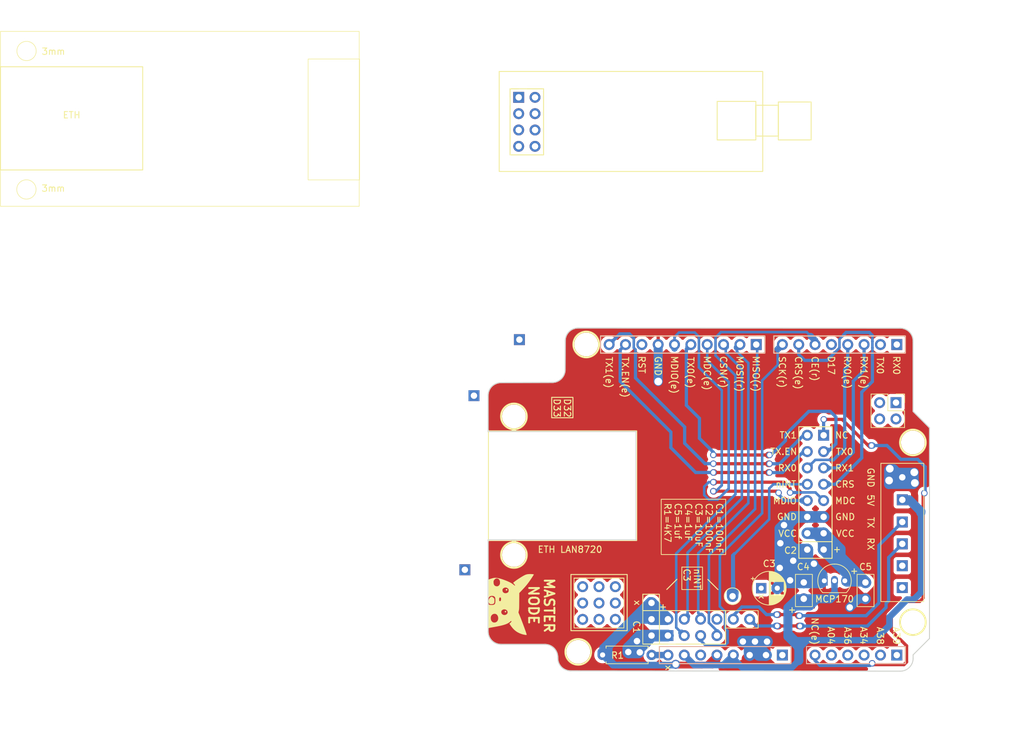
<source format=kicad_pcb>
(kicad_pcb (version 20221018) (generator pcbnew)
  (title_block (date "lun. 30 mars 2015"))
  (layers (0 "F.Cu" signal) (31 "B.Cu" signal) (34 "B.Paste" user) (35 "F.Paste" user) (36 "B.SilkS" user "B.Silkscreen") (37 "F.SilkS" user "F.Silkscreen") (38 "B.Mask" user) (39 "F.Mask" user) (44 "Edge.Cuts" user))
  (net 0 "")
  (net 1 "tx1")
  (net 2 "tx.en")
  (net 3 "GND")
  (net 4 "MDIO")
  (net 5 "tx0")
  (net 6 "mdc")
  (net 7 "csn")
  (net 8 "3v3")
  (net 9 "ce")
  (net 10 "sck")
  (net 11 "mosi")
  (net 12 "miso")
  (net 13 "irq")
  (net 14 "crs")
  (net 15 "rx0")
  (net 16 "rx1")
  (net 17 "5v")
  (net 18 "Rtx")
  (net 19 "Rrx")
  (net 20 "nc")
  (net 21 "nint")
  (net 22 "rst")
  (net 23 "3v32")
  (footprint "Connector_PinHeader_2.54mm:PinHeader_1x08_P2.54mm_Vertical" (layer "F.Cu") (at 156.713 123.865 -90)
    (fp_text reference "REF**" hide)
    (fp_text value "PinHeader_1x08_P2.54mm_Vertical" hide)
  )
  (footprint "Connector_PinHeader_2.54mm:PinHeader_1x06_P2.54mm_Vertical" (layer "F.Cu") (at 174.498 123.865 -90)
    (fp_text reference "REF**" hide)
    (fp_text value "PinHeader_1x06_P2.54mm_Vertical")
  )
  (footprint "Connector_PinHeader_2.54mm:PinHeader_1x08_P2.54mm_Vertical" (layer "F.Cu") (at 174.498 75.575 -90)
    (fp_text reference "REF**" hide)
    (fp_text value "PinHeader_1x08_P2.54mm_Vertical")
  )
  (footprint "Connector_PinHeader_2.54mm:PinHeader_1x10_P2.54mm_Vertical" (layer "F.Cu") (at 152.658 75.575 -90)
    (fp_text reference "REF**" hide)
    (fp_text value "PinHeader_1x10_P2.54mm_Vertical")
  )
  (footprint "Connector_PinHeader_2.54mm:PinHeader_1x03_P2.54mm_Vertical" (layer "F.Cu") (at 136.38 120.8275 180)
    (fp_text reference "REF**" hide)
    (fp_text value "PinHeader_1x03_P2.54mm_Vertical")
  )
  (footprint "MountingHole:MountingHole_3.2mm_M3" (layer "F.Cu") (at 176.998 90.805)
    (fp_text reference "REF**" hide)
    (fp_text value "MountingHole_3.2mm_M3")
  )
  (footprint "Connector_PinHeader_2.54mm:PinHeader_1x03_P2.54mm_Vertical" (layer "F.Cu") (at 165.6675 107.46 -90)
    (fp_text reference "REF**" hide)
    (fp_text value "PinHeader_1x03_P2.54mm_Vertical")
  )
  (footprint "Connector_PinHeader_2.54mm:PinHeader_1x01_P2.54mm_Vertical" (layer "F.Cu") (at 115.85 74.81)
    (fp_text reference "REF**" hide)
    (fp_text value "PinHeader_1x01_P2.54mm_Vertical")
  )
  (footprint "Connector_PinHeader_2.54mm:PinHeader_1x03_P2.54mm_Vertical" (layer "F.Cu") (at 136.38 123.37 180)
    (fp_text reference "REF**" hide)
    (fp_text value "PinHeader_1x03_P2.54mm_Vertical")
  )
  (footprint "Connector_PinHeader_2.54mm:PinHeader_2x07_P2.54mm_Horizontal" (layer "F.Cu") (at 160.588 89.68)
    (fp_text reference "REF**" hide)
    (fp_text value "PinHeader_2x07_P2.54mm_Horizontal")
  )
  (footprint "Connector_PinHeader_2.54mm:PinHeader_1x03_P2.54mm_Vertical" (layer "F.Cu") (at 160.04 117.6475 180)
    (fp_text reference "REF**" hide)
    (fp_text value "PinHeader_1x03_P2.54mm_Vertical")
  )
  (footprint "Connector_PinHeader_2.54mm:PinHeader_2x05_P2.54mm_Vertical" (layer "F.Cu") (at 130.76 123.39 180)
    (fp_text reference "REF**" hide)
    (fp_text value "PinHeader_2x05_P2.54mm_Vertical")
  )
  (footprint "Package_TO_SOT_THT:TO-92_Inline" (layer "F.Cu") (at 163.55 112.31)
    (fp_text reference "MCP1700x" hide)
    (fp_text value "TO-92_Inline")
  )
  (footprint "MountingHole:MountingHole_3.2mm_M3" (layer "F.Cu") (at 124.998 123.365)
    (fp_text reference "REF**" hide)
    (fp_text value "MountingHole_3.2mm_M3" hide)
  )
  (footprint "Capacitor_THT:CP_Radial_D5.0mm_P2.50mm" (layer "F.Cu") (at 153.424888 113.46)
    (fp_text reference "REF**" hide)
    (fp_text value "CP_Radial_D5.0mm_P2.50mm")
  )
  (footprint "MountingHole:MountingHole_3.2mm_M3" (layer "F.Cu") (at 126.238 75.565)
    (fp_text reference "REF**" hide)
    (fp_text value "MountingHole_3.2mm_M3")
  )
  (footprint "Connector_PinHeader_2.54mm:PinHeader_1x03_P2.54mm_Vertical" (layer "F.Cu") (at 148.98 119.7925 180)
    (fp_text reference "REF**" hide)
    (fp_text value "PinHeader_1x03_P2.54mm_Vertical")
  )
  (footprint "Connector_PinHeader_2.54mm:PinHeader_1x03_P2.54mm_Vertical" (layer "F.Cu") (at 169.625 117.6475 180)
    (fp_text reference "REF**" hide)
    (fp_text value "PinHeader_1x03_P2.54mm_Vertical")
  )
  (footprint "Connector_PinHeader_2.54mm:PinHeader_2x02_P2.54mm_Vertical" (layer "F.Cu") (at 174.375 84.605 -90)
    (fp_text reference "REF**" hide)
    (fp_text value "PinHeader_2x02_P2.54mm_Vertical")
  )
  (footprint "LOGO" (layer "F.Cu") (at 114.1 115.795823 -90)
    (fp_text reference "G***" hide)
    (fp_text value "LOGO" hide)
  )
  (footprint "Connector_PinHeader_2.54mm:PinHeader_1x01_P2.54mm_Vertical" (layer "F.Cu") (at 110.375 112.25)
    (fp_text reference "REF**" hide)
    (fp_text value "PinHeader_1x01_P2.54mm_Vertical")
  )
  (footprint "MountingHole:MountingHole_3.2mm_M3" (layer "F.Cu") (at 176.998 118.745)
    (fp_text reference "REF**" hide)
    (fp_text value "MountingHole_3.2mm_M3")
  )
  (footprint "MountingHole:MountingHole_3.2mm_M3" (layer "F.Cu") (at 115 86.75)
    (fp_text reference "REF**" hide)
    (fp_text value "MountingHole_3.2mm_M3")
  )
  (footprint "Connector_PinHeader_2.54mm:PinHeader_2x04_P2.54mm_Vertical" (layer "F.Cu") (at 115.74 37.13)
    (fp_text reference "REF**" hide)
    (fp_text value "PinHeader_2x04_P2.54mm_Vertical")
  )
  (footprint "Connector_PinHeader_2.54mm:PinHeader_2x05_P2.54mm_Vertical" (layer "F.Cu") (at 128.22 123.39 180)
    (fp_text reference "REF**" hide)
    (fp_text value "PinHeader_2x05_P2.54mm_Vertical" hide)
  )
  (footprint "Jesper:svarta" (layer "F.Cu") (at 166.2 102.77 -90)
    (fp_text reference "REF**" hide)
    (fp_text value "svarta" hide)
  )
  (footprint "Connector_PinHeader_2.54mm:PinHeader_2x04_P2.54mm_Vertical" (layer "F.Cu") (at 138.93 120.83 90)
    (fp_text reference "REF**" hide)
    (fp_text value "PinHeader_2x04_P2.54mm_Vertical")
  )
  (footprint "Resistor_THT:R_Axial_DIN0207_L6.3mm_D2.5mm_P7.62mm_Horizontal" (layer "F.Cu") (at 136.4 123.84 180)
    (fp_text reference "REF**" hide)
    (fp_text value "4K7" hide)
  )
  (footprint "MountingHole:MountingHole_3.2mm_M3" (layer "F.Cu") (at 115 108.3)
    (fp_text reference "REF**" hide)
    (fp_text value "MountingHole_3.2mm_M3")
  )
  (footprint "Connector_PinHeader_2.54mm:PinHeader_1x01_P2.54mm_Vertical" (layer "F.Cu") (at 111.7875 85.175)
    (fp_text reference "REF**" hide)
    (fp_text value "PinHeader_1x01_P2.54mm_Vertical")
  )
  (footprint "Connector_PinHeader_2.54mm:PinHeader_1x03_P2.54mm_Vertical" (layer "F.Cu") (at 146.55 118.29 90)
    (fp_text reference "REF**" hide)
    (fp_text value "PinHeader_1x03_P2.54mm_Vertical")
  )
  (gr_rect locked (start 160.468 122.535) (end 175.828 125.195) (stroke (width 0.15)) (fill none) (layer "B.SilkS"))
  (gr_rect locked (start 155.388 74.245) (end 175.828 76.905) (stroke (width 0.15)) (fill none) (layer "B.SilkS"))
  (gr_rect locked (start 137.603 122.535) (end 158.038 125.195) (stroke (width 0.15)) (fill none) (layer "B.SilkS"))
  (gr_rect locked (start 128.468 74.245) (end 153.988 76.905) (stroke (width 0.15)) (fill none) (layer "B.SilkS"))
  (gr_line (start 135.05 122.16) (end 137.6 122.16) (stroke (width 0.12)) (layer "F.SilkS"))
  (gr_rect (start 35.21 26.875) (end 90.96 54.075) (stroke (width 0.1)) (fill none) (layer "F.SilkS"))
  (gr_rect (start 35.21 32.375) (end 57.31 48.425) (stroke (width 0.15)) (fill none) (layer "F.SilkS"))
  (gr_line (start 138.75 113.66) (end 140.33 112.08) (stroke (width 0.15)) (layer "F.SilkS"))
  (gr_line (start 146.71 113.68) (end 145.13 112.1) (stroke (width 0.15)) (layer "F.SilkS"))
  (gr_circle (center 115.018 108.29) (end 115.018 108.29) (stroke (width 0.15)) (fill none) (layer "F.SilkS"))
  (gr_rect locked (start 128.468 74.245) (end 153.988 76.905) (stroke (width 0.15)) (fill none) (layer "F.SilkS"))
  (gr_rect (start 146.59 37.76) (end 152.59 43.76) (stroke (width 0.15)) (fill none) (layer "F.SilkS"))
  (gr_rect (start 156.09 37.86) (end 161.19 43.76) (stroke (width 0.15)) (fill none) (layer "F.SilkS"))
  (gr_rect (start 83.02 31.174007) (end 91.02 49.975) (stroke (width 0.1)) (fill none) (layer "F.SilkS"))
  (gr_rect (start 147.88 116.96) (end 152.96 119.66) (stroke (width 0.12)) (fill none) (layer "F.SilkS"))
  (gr_line (start 135.05 116.96) (end 137.6 116.96) (stroke (width 0.12)) (layer "F.SilkS"))
  (gr_rect (start 137.6 116.96) (end 147.88 122.16) (stroke (width 0.12)) (fill none) (layer "F.SilkS"))
  (gr_rect (start 168.33 111.3125) (end 170.96 116.3325) (stroke (width 0.12)) (fill none) (layer "F.SilkS"))
  (gr_rect (start 158.745 111.3125) (end 161.375 116.3325) (stroke (width 0.12)) (fill none) (layer "F.SilkS"))
  (gr_circle (center 39.26 29.925) (end 40.76 29.925) (stroke (width 0.1)) (fill none) (layer "F.SilkS"))
  (gr_line (start 164.439 106.23) (end 159.277 106.23) (stroke (width 0.15)) (layer "F.SilkS"))
  (gr_rect (start 137.89 99.635) (end 147.91 108.225) (stroke (width 0.12)) (fill none) (layer "F.SilkS"))
  (gr_rect (start 135.0246 114.41) (end 137.6 116.96) (stroke (width 0.12)) (fill none) (layer "F.SilkS"))
  (gr_rect (start 159.279 88.36) (end 164.441 108.82) (stroke (width 0.15)) (fill none) (layer "F.SilkS"))
  (gr_rect (start 111.04 89) (end 134.08 106.05) (stroke (width 0.15)) (fill none) (layer "F.SilkS"))
  (gr_rect (start 135.0246 114.41) (end 137.6 122.1554) (stroke (width 0.12)) (fill none) (layer "F.SilkS"))
  (gr_circle (center 148.98 114.705555) (end 147.81 114.175555) (stroke (width 0.12)) (fill none) (layer "F.SilkS"))
  (gr_rect (start 152.59 38.36) (end 156.09 43.16) (stroke (width 0.15)) (fill none) (layer "F.SilkS"))
  (gr_rect (start 172.02 94.05) (end 178.69 115.54) (stroke (width 0.12)) (fill none) (layer "F.SilkS"))
  (gr_circle (center 115.038 86.76) (end 115.038 86.76) (stroke (width 0.15)) (fill none) (layer "F.SilkS"))
  (gr_circle (center 39.24 51.455) (end 40.74 51.455) (stroke (width 0.1)) (fill none) (layer "F.SilkS"))
  (gr_rect (start 123.86 111.33) (end 132.6 120.07) (stroke (width 0.15)) (fill none) (layer "F.SilkS"))
  (gr_rect (start 114.41 35.8) (end 119.61 46.08) (stroke (width 0.15)) (fill none) (layer "F.SilkS"))
  (gr_rect (start 124.35 111.9) (end 132.09 119.64) (stroke (width 0.12)) (fill none) (layer "F.SilkS"))
  (gr_rect (start 141.09 110.18) (end 144.31 113.67) (stroke (width 0.12)) (fill none) (layer "F.SilkS"))
  (gr_circle (center 115.038 86.76) (end 115.038 86.76) (stroke (width 0.15)) (fill none) (layer "F.SilkS"))
  (gr_rect locked (start 160.468 122.535) (end 175.828 125.195) (stroke (width 0.15)) (fill none) (layer "F.SilkS"))
  (gr_rect locked (start 155.388 74.245) (end 175.828 76.905) (stroke (width 0.15)) (fill none) (layer "F.SilkS"))
  (gr_rect locked (start 137.603 122.535) (end 158.038 125.195) (stroke (width 0.15)) (fill none) (layer "F.SilkS"))
  (gr_rect (start 112.715 33.11) (end 153.665 48.66) (stroke (width 0.15)) (fill none) (layer "F.SilkS"))
  (gr_rect (start 120.87 83.785) (end 124.17 86.96) (stroke (width 0.15)) (fill none) (layer "F.SilkS"))
  (gr_line (start 179.578 88.519) (end 177.038 85.979) (stroke (width 0.15)) (layer "Edge.Cuts"))
  (gr_line (start 133.975 105.95) (end 110.99 105.95) (stroke (width 0.15)) (layer "Edge.Cuts"))
  (gr_line (start 177.038 123.825) (end 179.578 121.285) (stroke (width 0.15)) (layer "Edge.Cuts"))
  (gr_line (start 122.955786 79.47) (end 122.975001 75) (stroke (width 0.15)) (layer "Edge.Cuts"))
  (gr_line (start 112.988 81.5) (end 120.955786 81.47) (stroke (width 0.15)) (layer "Edge.Cuts"))
  (gr_line (start 112.990001 122.199999) (end 119.81 122.2) (stroke (width 0.15)) (layer "Edge.Cuts"))
  (gr_arc (start 119.81 122.2) (mid 121.224214 122.785786) (end 121.81 124.2) (stroke (width 0.15)) (layer "Edge.Cuts"))
  (gr_arc (start 175.035786 73.02) (mid 176.45 73.605786) (end 177.035786 75.02) (stroke (width 0.15)) (layer "Edge.Cuts"))
  (gr_arc (start 122.955786 79.47) (mid 122.37 80.884214) (end 120.955786 81.47) (stroke (width 0.15)) (layer "Edge.Cuts"))
  (gr_line (start 179.578 121.285) (end 179.578 88.519) (stroke (width 0.15)) (layer "Edge.Cuts"))
  (gr_arc (start 112.990001 122.199999) (mid 111.575787 121.614213) (end 110.990001 120.199999) (stroke (width 0.15)) (layer "Edge.Cuts"))
  (gr_arc (start 177.035786 124.365786) (mid 176.45 125.78) (end 175.035786 126.365786) (stroke (width 0.15)) (layer "Edge.Cuts"))
  (gr_arc (start 110.988 83.5) (mid 111.573786 82.085786) (end 112.988 81.5) (stroke (width 0.15)) (layer "Edge.Cuts"))
  (gr_line (start 110.990001 120.199999) (end 110.99 105.95) (stroke (width 0.15)) (layer "Edge.Cuts"))
  (gr_line (start 175.035786 73.02) (end 124.975001 73) (stroke (width 0.15)) (layer "Edge.Cuts"))
  (gr_arc (start 122.975001 75) (mid 123.560787 73.585786) (end 124.975001 73) (stroke (width 0.15)) (layer "Edge.Cuts"))
  (gr_line (start 177.035786 124.365786) (end 177.038 123.825) (stroke (width 0.15)) (layer "Edge.Cuts"))
  (gr_line (start 123.814214 126.32) (end 175.035786 126.365786) (stroke (width 0.15)) (layer "Edge.Cuts"))
  (gr_line (start 177.038 85.979) (end 177.035786 75.02) (stroke (width 0.15)) (layer "Edge.Cuts"))
  (gr_line (start 133.975 89.1) (end 133.975 105.95) (stroke (width 0.15)) (layer "Edge.Cuts"))
  (gr_arc (start 123.814214 126.32) (mid 122.4 125.734214) (end 121.814214 124.32) (stroke (width 0.15)) (layer "Edge.Cuts"))
  (gr_line (start 121.81 124.2) (end 121.814214 124.32) (stroke (width 0.15)) (layer "Edge.Cuts"))
  (gr_line (start 110.988 83.5) (end 110.99 89.1) (stroke (width 0.15)) (layer "Edge.Cuts"))
  (gr_line (start 110.99 89.1) (end 133.975 89.1) (stroke (width 0.15)) (layer "Edge.Cuts"))
  (gr_text "CE(r)" (at 161.19 77.3 270) (layer "F.SilkS") (effects (font (size 1 1)) (justify left bottom)))
  (gr_text "TX0" (at 164.95 92.83) (layer "F.SilkS") (effects (font (size 1 1)) (justify left bottom)))
  (gr_text "A04" (at 163.69 119.34 270) (layer "F.SilkS") (effects (font (size 1 1)) (justify left bottom)))
  (gr_text "+" (at 138.25 116.39 270) (layer "F.SilkS") (effects (font (size 1 1))))
  (gr_text "TX0" (at 171.32 77.4 270) (layer "F.SilkS") (effects (font (size 1 1)) (justify left bottom)))
  (gr_text "MDIO(e)" (at 139.34 77.26 -90) (layer "F.SilkS") (effects (font (size 1 1)) (justify left bottom)))
  (gr_text "RX0" (at 155.95 95.36) (layer "F.SilkS") (effects (font (size 1 1)) (justify left bottom)))
  (gr_text "MCP170" (at 164.82 115.15) (layer "F.SilkS") (effects (font (size 1 1))))
  (gr_text "TX1(e)" (at 129.18 77.39 -90) (layer "F.SilkS") (effects (font (size 1 1)) (justify left bottom)))
  (gr_text "RX" (at 169.85 105.5 270) (layer "F.SilkS") (effects (font (size 1 1)) (justify left bottom)))
  (gr_text "C1" (at 134.04 119.49 270) (layer "F.SilkS") (effects (font (size 1 1))))
  (gr_text "TX" (at 169.85 102.3 270) (layer "F.SilkS") (effects (font (size 1 1)) (justify left bottom)))
  (gr_text "C2" (at 156.91 108.18) (layer "F.SilkS") (effects (font (size 1 1)) (justify left bottom)))
  (gr_text "x" (at 139.05 125.84 270) (layer "F.SilkS") (effects (font (size 1 1))))
  (gr_text "3mm" (at 41.51 51.875) (layer "F.SilkS") (effects (font (size 1 1)) (justify left bottom)))
  (gr_text "NC(e)" (at 161.17 117.94 -90) (layer "F.SilkS") (effects (font (size 1 1)) (justify left bottom)))
  (gr_text "VCC" (at 164.97 105.55) (layer "F.SilkS") (effects (font (size 1 1)) (justify left bottom)))
  (gr_text "GND" (at 164.85 102.96) (layer "F.SilkS") (effects (font (size 1 1)) (justify left bottom)))
  (gr_text "A39" (at 173.86 119.38 -90) (layer "F.SilkS") (effects (font (size 1 1)) (justify left bottom)))
  (gr_text "A36" (at 166.27 119.38 -90) (layer "F.SilkS") (effects (font (size 1 1)) (justify left bottom)))
  (gr_text "+" (at 158.3 116.86 270) (layer "F.SilkS") (effects (font (size 1 1))))
  (gr_text "x" (at 134.2 115.73 270) (layer "F.SilkS") (effects (font (size 1 1))))
  (gr_text "GND" (at 169.86 94.64 -90) (layer "F.SilkS") (effects (font (size 1 1)) (justify left bottom)))
  (gr_text "GND" (at 155.8 102.95) (layer "F.SilkS") (effects (font (size 1 1)) (justify left bottom)))
  (gr_text "+" (at 165.28 107.47 270) (layer "F.SilkS") (effects (font (size 1 1))))
  (gr_text "TX0(e)" (at 141.85 77.4 -90) (layer "F.SilkS") (effects (font (size 1 1)) (justify left bottom)))
  (gr_text "A38" (at 171.33 119.38 -90) (layer "F.SilkS") (effects (font (size 1 1)) (justify left bottom)))
  (gr_text "MOSI(r)" (at 149.51 77.26 270) (layer "F.SilkS") (effects (font (size 1 1)) (justify left bottom)))
  (gr_text "TX1" (at 156.19 90.25) (layer "F.SilkS") (effects (font (size 1 1)) (justify left bottom)))
  (gr_text "CRS(e)" (at 158.61 77.3 -90) (layer "F.SilkS") (effects (font (size 1 1)) (justify left bottom)))
  (gr_text "nINT\nC3" (at 142.67 110.33 270) (layer "F.SilkS") (effects (font (size 1 1)) (justify left)))
  (gr_text "D32\nD33" (at 121.095 83.885 -90) (layer "F.SilkS") (effects (font (size 1 1)) (justify left bottom)))
  (gr_text "SCK(r)" (at 156.09 77.31 270) (layer "F.SilkS") (effects (font (size 1 1)) (justify left bottom)))
  (gr_text "RX1" (at 164.83 95.36) (layer "F.SilkS") (effects (font (size 1 1)) (justify left bottom)))
  (gr_text "RST" (at 134.28 77.26 -90) (layer "F.SilkS") (effects (font (size 1 1)) (justify left bottom)))
  (gr_text "TX.EN(e)" (at 131.7 77.39 -90) (layer "F.SilkS") (effects (font (size 1 1)) (justify left bottom)))
  (gr_text "ETH LAN8720" (at 118.62 108.03) (layer "F.SilkS") (effects (font (size 1 1)) (justify left bottom)))
  (gr_text "MDC(e)" (at 144.44 77.25 -90) (layer "F.SilkS") (effects (font (size 1 1)) (justify left bottom)))
  (gr_text "MDC" (at 164.83 100.46) (layer "F.SilkS") (effects (font (size 1 1)) (justify left bottom)))
  (gr_text "C1=100nF\nC2=100nF\nC3=10uF\nC4=1uF\nC5=1uf\nR1=4K7" (at 142.905 100.135 270) (layer "F.SilkS") (effects (font (size 1 1)) (justify left)))
  (gr_text "+" (at 167.96 110.83 270) (layer "F.SilkS") (effects (font (size 1 1))))
  (gr_text "CRS" (at 164.87 97.89) (layer "F.SilkS") (effects (font (size 1 1)) (justify left bottom)))
  (gr_text "MISO(r)" (at 152.03 77.25 270) (layer "F.SilkS") (effects (font (size 1 1)) (justify left bottom)))
  (gr_text "MDIO" (at 155.17 100.47) (layer "F.SilkS") (effects (font (size 1 1)) (justify left bottom)))
  (gr_text "CSN(r)" (at 146.96 77.28 -90) (layer "F.SilkS") (effects (font (size 1 1)) (justify left bottom)))
  (gr_text "5V" (at 169.85 98.79 -90) (layer "F.SilkS") (effects (font (size 1 1)) (justify left bottom)))
  (gr_text "A34" (at 168.76 119.34 -90) (layer "F.SilkS") (effects (font (size 1 1)) (justify left bottom)))
  (gr_text "3mm" (at 41.53 30.585) (layer "F.SilkS") (effects (font (size 1 1)) (justify left bottom)))
  (gr_text "NC" (at 164.83 90.26) (layer "F.SilkS") (effects (font (size 1 1)) (justify left bottom)))
  (gr_text "VCC" (at 156 105.55) (layer "F.SilkS") (effects (font (size 1 1)) (justify left bottom)))
  (gr_text "x" (at 153.54 114.75 270) (layer "F.SilkS") (effects (font (size 1 1))))
  (gr_text "D17" (at 163.72 77.26 -90) (layer "F.SilkS") (effects (font (size 1 1)) (justify left bottom)))
  (gr_text "TX.EN" (at 154.75 92.81) (layer "F.SilkS") (effects (font (size 1 1)) (justify left bottom)))
  (gr_text "RX0" (at 173.86 77.26 270) (layer "F.SilkS") (effects (font (size 1 1)) (justify left bottom)))
  (gr_text "GND" (at 136.81 77.3 -90) (layer "F.SilkS") (effects (font (size 1 1)) (justify left bottom)))
  (gr_text "RX1(e)" (at 168.79 77.25 -90) (layer "F.SilkS") (effects (font (size 1 1)) (justify left bottom)))
  (gr_text "MASTER \n NODE" (at 117.17 111.74 270) (layer "F.SilkS") (effects (font (size 1.5 1.5) (thickness 0.3)) (justify left bottom)))
  (gr_text "RX0(e)" (at 166.22 77.25 -90) (layer "F.SilkS") (effects (font (size 1 1)) (justify left bottom)))
  (gr_text "R1" (at 131.1 123.91) (layer "F.SilkS") (effects (font (size 1 1))))
  (gr_text "ETH" (at 44.81 40.475) (layer "F.SilkS") (effects (font (size 1 1)) (justify left bottom)))
  (gr_text "nINT" (at 155.57 97.88) (layer "F.SilkS") (effects (font (size 1 1)) (justify left bottom)))
  (segment (start 159.75 116.45) (end 161.59 116.45) (width 0.4) (layer "F.Cu") (net 0))
  (segment (start 159.17 116.45) (end 159.75 116.45) (width 0.4) (layer "F.Cu") (net 0))
  (segment (start 159.75 116.45) (end 160.02 116.72) (width 0.4) (layer "F.Cu") (net 0))
  (segment (start 160.54 116.45) (end 159.17 116.45) (width 0.4) (layer "F.Cu") (net 0))
  (segment (start 159.17 116.45) (end 159.09 116.37) (width 0.4) (layer "F.Cu") (net 0))
  (segment (start 154.71 94.11) (end 154.57 94.11) (width 1) (layer "F.Cu") (net 1))
  (segment (start 146 94.11) (end 154.71 94.11) (width 0.5) (layer "F.Cu") (net 1))
  (segment (start 145.99 94.1) (end 146 94.11) (width 0.5) (layer "F.Cu") (net 1))
  (segment (start 154.57 94.11) (end 154.54 94.14) (width 1) (layer "F.Cu") (net 1))
  (via (at 145.99 94.1) (size 1) (drill 0.7) (layers "F.Cu" "B.Cu") (net 1))
  (via (at 154.71 94.11) (size 1) (drill 0.7) (layers "F.Cu" "B.Cu") (net 1))
  (segment (start 132.95 73.91) (end 131.463 73.91) (width 0.5) (layer "B.Cu") (net 1))
  (segment (start 133.89 80.76) (end 133.89 76.7) (width 0.5) (layer "B.Cu") (net 1))
  (segment (start 133.89 76.7) (end 133.89 77.7) (width 0.4) (layer "B.Cu") (net 1))
  (segment (start 160.51 89.68) (end 160.43 89.76) (width 1) (layer "B.Cu") (net 1))
  (segment (start 160.14 89.54) (end 160.63 89.54) (width 0.4) (layer "B.Cu") (net 1))
  (segment (start 144.7 94.1) (end 141.53 90.93) (width 0.5) (layer "B.Cu") (net 1))
  (segment (start 156.3 94.11) (end 154.71 94.11) (width 0.5) (layer "B.Cu") (net 1))
  (segment (start 133.628 76.092767) (end 133.628 74.588) (width 0.4) (layer "B.Cu") (net 1))
  (segment (start 160.588 89.68) (end 160 89.68) (width 0.4) (layer "B.Cu") (net 1))
  (segment (start 133.89 76.354767) (end 133.89 76.7) (width 0.4) (layer "B.Cu") (net 1))
  (segment (start 133.89 77.7) (end 133.89 80.76) (width 0.4) (layer "B.Cu") (net 1))
  (segment (start 130.1465 75.2265) (end 130.4265 74.9465) (width 0.5) (layer "B.Cu") (net 1))
  (segment (start 133.628 74.588) (end 132.95 73.91) (width 0.5) (layer "B.Cu") (net 1))
  (segment (start 160.45 89.68) (end 160.31 89.82) (width 1) (layer "B.Cu") (net 1))
  (segment (start 141.53 90.93) (end 141.53 88.4) (width 0.5) (layer "B.Cu") (net 1))
  (segment (start 160.588 89.68) (end 160.51 89.68) (width 1) (layer "B.Cu") (net 1))
  (segment (start 131.463 73.91) (end 130.4265 74.9465) (width 0.4) (layer "B.Cu") (net 1))
  (segment (start 157.67 92.74) (end 157.67 92.01) (width 0.5) (layer "B.Cu") (net 1))
  (segment (start 157.67 92.01) (end 160.14 89.54) (width 0.4) (layer "B.Cu") (net 1))
  (segment (start 157.67 92.01) (end 160.28 89.4) (width 0.5) (layer "B.Cu") (net 1))
  (segment (start 133.89 77.7) (end 133.89 78.56) (width 0.4) (layer "B.Cu") (net 1))
  (segment (start 160.28 89.4) (end 160.9 89.4) (width 0.5) (layer "B.Cu") (net 1))
  (segment (start 133.89 76.354767) (end 133.628 76.092767) (width 0.4) (layer "B.Cu") (net 1))
  (segment (start 160.588 89.68) (end 160.45 89.68) (width 1) (layer "B.Cu") (net 1))
  (segment (start 157.41 93) (end 157.67 92.74) (width 0.5) (layer "B.Cu") (net 1))
  (segment (start 141.53 88.4) (end 133.89 80.76) (width 0.5) (layer "B.Cu") (net 1))
  (segment (start 129.798 75.575) (end 130.1465 75.2265) (width 1) (layer "B.Cu") (net 1))
  (segment (start 157.41 93) (end 156.3 94.11) (width 0.5) (layer "B.Cu") (net 1))
  (segment (start 131.463 73.91) (end 129.798 75.575) (width 0.5) (layer "B.Cu") (net 1))
  (segment (start 145.99 94.1) (end 144.7 94.1) (width 0.5) (layer "B.Cu") (net 1))
  (segment (start 154.71 95.48) (end 154.54 95.48) (width 1) (layer "F.Cu") (net 2))
  (segment (start 145.99 95.47) (end 146.13 95.47) (width 1) (layer "F.Cu") (net 2))
  (segment (start 154.7 95.47) (end 154.71 95.48) (width 0.5) (layer "F.Cu") (net 2))
  (segment (start 154.54 95.48) (end 154.53 95.49) (width 1) (layer "F.Cu") (net 2))
  (segment (start 145.99 95.47) (end 154.7 95.47) (width 0.5) (layer "F.Cu") (net 2))
  (via (at 154.71 95.48) (size 1) (drill 0.7) (layers "F.Cu" "B.Cu") (net 2))
  (via (at 145.99 95.47) (size 1) (drill 0.7) (layers "F.Cu" "B.Cu") (net 2))
  (segment (start 131.51 81.31) (end 131.51 76.403) (width 0.5) (layer "B.Cu") (net 2))
  (segment (start 160.588 92.22) (end 160.28 92.22) (width 1) (layer "B.Cu") (net 2))
  (segment (start 155.81 95.49) (end 156.49 95.49) (width 0.4) (layer "B.Cu") (net 2))
  (segment (start 159.99 92.22) (end 160.588 92.22) (width 0.4) (layer "B.Cu") (net 2))
  (segment (start 139.39 89.19) (end 131.51 81.31) (width 0.5) (layer "B.Cu") (net 2))
  (segment (start 131.51 76.403) (end 132.1065 75.8065) (width 0.5) (layer "B.Cu") (net 2))
  (segment (start 154.71 95.48) (end 156.41 95.48) (width 0.4) (layer "B.Cu") (net 2))
  (segment (start 145.99 95.47) (end 143.24 95.47) (width 0.5) (layer "B.Cu") (net 2))
  (segment (start 159.31 92.9) (end 159.99 92.22) (width 0.4) (layer "B.Cu") (net 2))
  (segment (start 156.72 95.49) (end 154.72 95.49) (width 0.5) (layer "B.Cu") (net 2))
  (segment (start 158.825 93.385) (end 160.28 91.93) (width 0.5) (layer "B.Cu") (net 2))
  (segment (start 139.39 91.62) (end 139.39 89.19) (width 0.5) (layer "B.Cu") (net 2))
  (segment (start 159.31 92.9) (end 158.825 93.385) (width 0.5) (layer "B.Cu") (net 2))
  (segment (start 154.72 95.49) (end 154.71 95.48) (width 0.5) (layer "B.Cu") (net 2))
  (segment (start 160.28 92.22) (end 160.14 92.36) (width 1) (layer "B.Cu") (net 2))
  (segment (start 132.338 75.575) (end 132.1065 75.8065) (width 1) (layer "B.Cu") (net 2))
  (segment (start 143.24 95.47) (end 139.39 91.62) (width 0.5) (layer "B.Cu") (net 2))
  (segment (start 155.81 95.49) (end 156.72 95.49) (width 0.4) (layer "B.Cu") (net 2))
  (segment (start 158.825 93.385) (end 156.72 95.49) (width 0.5) (layer "B.Cu") (net 2))
  (segment (start 160.28 91.93) (end 160.59 91.93) (width 0.5) (layer "B.Cu") (net 2))
  (segment (start 151.633 123.865) (end 152.235 123.865) (width 1.4) (layer "F.Cu") (net 3))
  (segment (start 132 123.49) (end 133.82 123.49) (width 1.4) (layer "F.Cu") (net 3))
  (segment (start 170.14 115.22) (end 171.67 113.69) (width 1.8) (layer "F.Cu") (net 3))
  (segment (start 160.588 102.38) (end 159.96 102.38) (width 1.8) (layer "F.Cu") (net 3))
  (segment (start 152.888 125.15) (end 154.173 123.865) (width 1.4) (layer "F.Cu") (net 3))
  (segment (start 154.173 123.865) (end 154.173 121.927) (width 1.4) (layer "F.Cu") (net 3))
  (segment (start 133.87 121.94) (end 134.12 121.69) (width 1.4) (layer "F.Cu") (net 3))
  (segment (start 152.235 123.865) (end 152.565 123.535) (width 1.4) (layer "F.Cu") (net 3))
  (segment (start 135.21 120.04) (end 132 123.25) (width 1.4) (layer "F.Cu") (net 3))
  (segment (start 169.625 115.1075) (end 170.9025 115.1075) (width 1.8) (layer "F.Cu") (net 3))
  (segment (start 133.87 123.44) (end 133.87 121.94) (width 1.4) (layer "F.Cu") (net 3))
  (segment (start 151.633 123.865) (end 151.11 124.388) (width 1.4) (layer "F.Cu") (net 3))
  (segment (start 163.78 102.38) (end 164.61 101.55) (width 1.8) (layer "F.Cu") (net 3))
  (segment (start 133.87 123.34) (end 133.87 123.51) (width 1.4) (layer "F.Cu") (net 3))
  (segment (start 159.96 102.38) (end 159.04 101.46) (width 1.8) (layer "F.Cu") (net 3))
  (segment (start 134.12 121.69) (end 133.8 121.69) (width 1.4) (layer "F.Cu") (net 3))
  (segment (start 136.38 120.83) (end 133.87 123.34) (width 1.4) (layer "F.Cu") (net 3))
  (segment (start 163.75 102.38) (end 164.51 103.14) (width 1.8) (layer "F.Cu") (net 3))
  (segment (start 151.633 123.865) (end 151.633 122.587) (width 1.4) (layer "F.Cu") (net 3))
  (segment (start 136 120.83) (end 135.21 120.04) (width 1.4) (layer "F.Cu") (net 3))
  (segment (start 136.38 120.83) (end 136 120.83) (width 1.4) (layer "F.Cu") (net 3))
  (segment (start 133.87 123.44) (end 133.87 123.22) (width 1) (layer "F.Cu") (net 3))
  (segment (start 160.588 102.38) (end 159.94 102.38) (width 1.8) (layer "F.Cu") (net 3))
  (segment (start 168.9975 115.1075) (end 168.37 114.48) (width 1.8) (layer "F.Cu") (net 3))
  (segment (start 169.35 116.33) (end 168.24 115.22) (width 1.8) (layer "F.Cu") (net 3))
  (segment (start 151.633 122.813) (end 150.58 121.76) (width 1.4) (layer "F.Cu") (net 3))
  (segment (start 151.11 125.15) (end 152.888 125.15) (width 1.4) (layer "F.Cu") (net 3))
  (segment (start 151.633 123.865) (end 151.633 122.813) (width 1.4) (layer "F.Cu") (net 3))
  (segment (start 169.625 115.1075) (end 168.9975 115.1075) (width 1.8) (layer "F.Cu") (net 3))
  (segment (start 168.24 115.22) (end 167.4 115.22) (width 1.8) (layer "F.Cu") (net 3))
  (segment (start 133.82 123.49) (end 133.87 123.44) (width 1.4) (layer "F.Cu") (net 3))
  (segment (start 163.128 102.38) (end 163.78 102.38) (width 1.8) (layer "F.Cu") (net 3))
  (segment (start 151.633 122.587) (end 152.46 121.76) (width 1.4) (layer "F.Cu") (net 3))
  (segment (start 151.11 124.388) (end 151.11 125.15) (width 1.4) (layer "F.Cu") (net 3))
  (segment (start 160.588 102.38) (end 165.33 102.38) (width 1.8) (layer "F.Cu") (net 3))
  (segment (start 154.173 124.723) (end 154.94 125.49) (width 1.4) (layer "F.Cu") (net 3))
  (segment (start 154.19 125.44) (end 153.208 125.44) (width 1.4) (layer "F.Cu") (net 3))
  (segment (start 152.565 123.535) (end 154.33 121.77) (width 1.4) (layer "F.Cu") (net 3))
  (segment (start 169.68 116.33) (end 169.35 116.33) (width 1.8) (layer "F.Cu") (net 3))
  (segment (start 133.8 121.69) (end 132 123.49) (width 1.4) (layer "F.Cu") (net 3))
  (segment (start 138.93 120.83) (end 136.38 120.83) (width 1.4) (layer "F.Cu") (net 3))
  (segment (start 159.94 102.38) (end 159.03 103.29) (width 1.8) (layer "F.Cu") (net 3))
  (segment (start 154.173 123.865) (end 154.173 125.423) (width 1.4) (layer "F.Cu") (net 3))
  (segment (start 154.173 125.423) (end 154.19 125.44) (width 1.4) (layer "F.Cu") (net 3))
  (segment (start 170.9025 115.1075) (end 169.68 116.33) (width 1.8) (layer "F.Cu") (net 3))
  (segment (start 132 123.25) (end 132 123.49) (width 1.4) (layer "F.Cu") (net 3))
  (segment (start 154.173 121.927) (end 154.33 121.77) (width 1.4) (layer "F.Cu") (net 3))
  (segment (start 163.128 102.38) (end 163.75 102.38) (width 1.8) (layer "F.Cu") (net 3))
  (segment (start 167.4 115.22) (end 170.14 115.22) (width 1.8) (layer "F.Cu") (net 3))
  (segment (start 165.33 102.38) (end 159.06 102.38) (width 1.8) (layer "F.Cu") (net 3))
  (segment (start 154.173 123.865) (end 154.173 124.723) (width 1.4) (layer "F.Cu") (net 3))
  (via (at 152.46 121.76) (size 1.4) (drill 1) (layers "F.Cu" "B.Cu") (net 3))
  (via (at 156.31 110.31) (size 1.4) (drill 1) (layers "F.Cu" "B.Cu") (net 3))
  (via (at 150.58 121.76) (size 1.4) (drill 1) (layers "F.Cu" "B.Cu") (net 3))
  (via (at 156.4 106.47) (size 1.4) (drill 1) (layers "F.Cu" "B.Cu") (net 3))
  (via (at 137.43 81.32) (size 1.4) (drill 1.2) (layers "F.Cu" "B.Cu") (net 3))
  (via (at 177.21 95.44) (size 1.4) (drill 1.2) (layers "F.Cu" "B.Cu") (net 3))
  (via (at 157.92 112.24) (size 1.4) (drill 1) (layers "F.Cu" "B.Cu") (net 3))
  (via (at 177.3 97.1) (size 1.4) (drill 1.2) (layers "F.Cu" "B.Cu") (net 3))
  (via (at 154.33 121.77) (size 1.4) (drill 1) (layers "F.Cu" "B.Cu") (net 3))
  (via (at 167.19 116.45) (size 1.4) (drill 1) (layers "F.Cu" "B.Cu") (net 3))
  (via (at 173.3 96.72) (size 1.4) (drill 1.2) (layers "F.Cu" "B.Cu") (net 3))
  (via (at 134.12 121.69) (size 1.4) (drill 1) (layers "F.Cu" "B.Cu") (net 3))
  (via (at 156.97 103.65) (size 1.4) (drill 1) (layers "F.Cu" "B.Cu") (net 3))
  (via (at 161.62 109.66) (size 1.4) (drill 1) (layers "F.Cu" "B.Cu") (net 3))
  (via (at 134.56 123.44) (size 1.4) (drill 1) (layers "F.Cu" "B.Cu") (net 3))
  (via (at 158.4 109.19) (size 1.4) (drill 1) (layers "F.Cu" "B.Cu") (net 3))
  (via (at 132.77 123.39) (size 1.4) (drill 1) (layers "F.Cu" "B.Cu") (net 3))
  (via (at 173.41 94.88) (size 1.4) (drill 1.2) (layers "F.Cu" "B.Cu") (net 3))
  (segment (start 160.5875 107.46) (end 160.5875 108.797388) (width 1.8) (layer "B.Cu") (net 3))
  (segment (start 132.77 123.39) (end 132.77 122.77) (width 1.8) (layer "B.Cu") (net 3))
  (segment (start 158.79 108.86) (end 158.79 109.15) (width 1.8) (layer "B.Cu") (net 3))
  (segment (start 134.12 121.69) (end 133.8 121.69) (width 1.8) (layer "B.Cu") (net 3))
  (segment (start 160.04 112.5675) (end 158.477444 111.004944) (width 1.8) (layer "B.Cu") (net 3))
  (segment (start 176.43 96.22) (end 177.21 95.44) (width 1.4) (layer "B.Cu") (net 3))
  (segment (start 154.33 121.77) (end 150.59 121.77) (width 1.8) (layer "B.Cu") (net 3))
  (segment (start 160.04 112.5675) (end 162.51 112.5675) (width 1.8) (layer "B.Cu") (net 3))
  (segment (start 161.32 109.98) (end 160.655 110.645) (width 1.8) (layer "B.Cu") (net 3))
  (segment (start 173.97 95.44) (end 173.41 94.88) (width 1.4) (layer "B.Cu") (net 3))
  (segment (start 161.32 109.98) (end 161.38 109.98) (width 1.8) (layer "B.Cu") (net 3))
  (segment (start 132.77 123.04) (end 134.12 121.69) (width 1.4) (layer "B.Cu") (net 3))
  (segment (start 177.21 97.01) (end 177.3 97.1) (width 1.4) (layer "B.Cu") (net 3))
  (segment (start 132.84 123.46) (end 134.36 123.46) (width 1.8) (layer "B.Cu") (net 3))
  (segment (start 156.4 106.47) (end 158.79 108.86) (width 1.8) (layer "B.Cu") (net 3))
  (segment (start 158.477444 110.907444) (end 155.924888 113.46) (width 1.8) (layer "B.Cu") (net 3))
  (segment (start 177.21 95.44) (end 177.21 97.01) (width 1.4) (layer "B.Cu") (net 3))
  (segment (start 132.82 123.44) (end 132.77 123.39) (width 1.4) (layer "B.Cu") (net 3))
  (segment (start 157.44 103.65) (end 156.97 103.65) (width 1.8) (layer "B.Cu") (net 3))
  (segment (start 158.71 102.38) (end 157.56 103.53) (width 1.8) (layer "B.Cu") (net 3))
  (segment (start 156.4 112.984888) (end 155.924888 113.46) (width 1.8) (layer "B.Cu") (net 3))
  (segment (start 173.3 96.72) (end 174.85 96.72) (width 1.4) (layer "B.Cu") (net 3))
  (segment (start 160.5875 110.645) (end 160.5875 107.46) (width 1.8) (layer "B.Cu") (net 3))
  (segment (start 156.817388 112.5675) (end 160.04 112.5675) (width 1.8) (layer "B.Cu") (net 3))
  (segment (start 151.633 122.043) (end 151.633 123.865) (width 1.8) (layer "B.Cu") (net 3))
  (segment (start 174.85 96.72) (end 175.35 96.22) (width 1.4) (layer "B.Cu") (net 3))
  (segment (start 137.418 75.575) (end 137.418 81.308) (width 1.4) (layer "B.Cu") (net 3))
  (segment (start 134.56 123.44) (end 132.82 123.44) (width 1.4) (layer "B.Cu") (net 3))
  (segment (start 150.59 121.77) (end 150.58 121.76) (width 1.8) (layer "B.Cu") (net 3))
  (segment (start 168.5325 115.1075) (end 167.19 116.45) (width 1.4) (layer "B.Cu") (net 3))
  (segment (start 161.32 109.98) (end 160.5875 109.2475) (width 1.8) (layer "B.Cu") (net 3))
  (segment (start 158.477444 111.004944) (end 158.477444 110.907444) (width 1.8) (layer "B.Cu") (net 3))
  (segment (start 173.3 96.72) (end 173.3 94.99) (width 1.4) (layer "B.Cu") (net 3))
  (segment (start 154.173 123.865) (end 154.173 123.305) (width 1) (layer "B.Cu") (net 3))
  (segment (start 158.71 102.38) (end 157.44 103.65) (width 1.8) (layer "B.Cu") (net 3))
  (segment (start 160.5875 109.2475) (end 160.5875 107.46) (width 1.8) (layer "B.Cu") (net 3))
  (segment (start 177.21 95.44) (end 173.97 95.44) (width 1.4) (layer "B.Cu") (net 3))
  (segment (start 157.56 103.53) (end 157.56 106.44) (width 1.8) (layer "B.Cu") (net 3))
  (segment (start 154.173 123.865) (end 153.095 123.865) (width 1.8) (layer "B.Cu") (net 3))
  (segment (start 160.655 110.645) (end 160.5875 110.645) (width 1.8) (layer "B.Cu") (net 3))
  (segment (start 177.07 97.33) (end 173.25 97.33) (width 1.4) (layer "B.Cu") (net 3))
  (segment (start 160.04 108.0075) (end 160.5875 107.46) (width 1.8) (layer "B.Cu") (net 3))
  (segment (start 132.77 122.77) (end 134.69 120.85) (width 1.8) (layer "B.Cu") (net 3))
  (segment (start 134.12 121.69) (end 135.52 121.69) (width 1.4) (layer "B.Cu") (net 3))
  (segment (start 173.3 94.99) (end 173.41 94.88) (width 1.4) (layer "B.Cu") (net 3))
  (segment (start 158 111.63) (end 158 108.94) (width 1.8) (layer "B.Cu") (net 3))
  (segment (start 174.01 94.88) (end 175.35 96.22) (width 1.4) (layer "B.Cu") (net 3))
  (segment (start 173.41 94.88) (end 173.25 95.04) (width 1.4) (layer "B.Cu") (net 3))
  (segment (start 138.93 120.83) (end 136.48 120.83) (width 1.8) (layer "B.Cu") (net 3))
  (segment (start 161.38 109.98) (end 162.82 111.42) (width 1.8) (layer "B.Cu") (net 3))
  (segment (start 157.84 107.91) (end 157.84 108.78) (width 1.8) (layer "B.Cu") (net 3))
  (segment (start 137.418 81.308) (end 137.43 81.32) (width 1.4) (layer "B.Cu") (net 3))
  (segment (start 160.5875 108.797388) (end 158.477444 110.907444) (width 1.8) (layer "B.Cu") (net 3))
  (segment (start 173.41 94.88) (end 174.01 94.88) (width 1.4) (layer "B.Cu") (net 3))
  (segment (start 156.4 106.47) (end 156.4 112.984888) (width 1.8) (layer "B.Cu") (net 3))
  (segment (start 162.51 112.5675) (end 162.9675 112.5675) (width 1) (layer "B.Cu") (net 3))
  (segment (start 156.4 106.47) (end 156.4 109.43) (width 1.8) (layer "B.Cu") (net 3))
  (segment (start 133.64 123.44) (end 132.89 122.69) (width 1.4) (layer "B.Cu") (net 3))
  (segment (start 159.2675 108.78) (end 160.5875 107.46) (width 1.8) (layer "B.Cu") (net 3))
  (segment (start 135.52 121.69) (end 136.38 120.83) (width 1.4) (layer "B.Cu") (net 3))
  (segment (start 173.25 97.33) (end 173.25 95.42) (width 1.4) (layer "B.Cu") (net 3))
  (segment (start 158.58 107.46) (end 160.5875 107.46) (width 1.8) (layer "B.Cu") (net 3))
  (segment (start 138.93 120.83) (end 134.66 120.83) (width 1.8) (layer "B.Cu") (net 3))
  (segment (start 158.24 102.38) (end 156.97 103.65) (width 1.8) (layer "B.Cu") (net 3))
  (segment (start 160.04 112.5675) (end 160.04 108.0075) (width 1.8) (layer "B.Cu") (net 3))
  (segment (start 175.35 96.22) (end 174.05 96.22) (width 1.4) (layer "B.Cu") (net 3))
  (segment (start 162.9675 112.5675) (end 163.225 112.31) (width 1) (layer "B.Cu") (net 3))
  (segment (start 177.3 97.1) (end 177.07 97.33) (width 1.4) (layer "B.Cu") (net 3))
  (segment (start 157.56 106.44) (end 158.58 107.46) (width 1.8) (layer "B.Cu") (net 3))
  (segment (start 152.34 122.032) (end 154.173 123.865) (width 1.8) (layer "B.Cu") (net 3))
  (segment (start 158 108.07) (end 158 111.63) (width 1.8) (layer "B.Cu") (net 3))
  (segment (start 174.36 96.22) (end 173.25 97.33) (width 1.4) (layer "B.Cu") (net 3))
  (segment (start 158 108.94) (end 157.84 108.78) (width 1.8) (layer "B.Cu") (net 3))
  (segment (start 175.35 96.22) (end 176.91 96.22) (width 1.4) (layer "B.Cu") (net 3))
  (segment (start 173.25 95.04) (end 173.25 97.33) (width 1.4) (layer "B.Cu") (net 3))
  (segment (start 163.128 102.38) (end 160.588 102.38) (width 1.8) (layer "B.Cu") (net 3))
  (segment (start 157.84 108.78) (end 159.2675 108.78) (width 1.8) (layer "B.Cu") (net 3))
  (segment (start 156.4 104.22) (end 156.97 103.65) (width 1.8) (layer "B.Cu") (net 3))
  (segment (start 151.633 122.403) (end 151.633 123.865) (width 1.8) (layer "B.Cu") (net 3))
  (segment (start 169.625 115.1075) (end 168.5325 115.1075) (width 1.4) (layer "B.Cu") (net 3))
  (segment (start 157.754888 111.63) (end 155.924888 113.46) (width 1.8) (layer "B.Cu") (net 3))
  (segment (start 162.51 112.5675) (end 160.5875 110.645) (width 1.8) (layer "B.Cu") (net 3))
  (segment (start 132.77 123.39) (end 132.84 123.46) (width 1.8) (layer "B.Cu") (net 3))
  (segment (start 158 111.63) (end 157.754888 111.63) (width 1.8) (layer "B.Cu") (net 3))
  (segment (start 175.35 96.22) (end 177.13 96.22) (width 1.4) (layer "B.Cu") (net 3))
  (segment (start 175.35 96.22) (end 174.36 96.22) (width 1.4) (layer "B.Cu") (net 3))
  (segment (start 156.4 106.47) (end 157.84 107.91) (width 1.8) (layer "B.Cu") (net 3))
  (segment (start 136.48 120.83) (end 133.87 123.44) (width 1.8) (layer "B.Cu") (net 3))
  (segment (start 138.93 120.83) (end 137.94 120.83) (width 1) (layer "B.Cu") (net 3))
  (segment (start 132.77 123.39) (end 132.77 123.04) (width 1.4) (layer "B.Cu") (net 3))
  (segment (start 162.82 111.42) (end 162.82 112.53) (width 1.8) (layer "B.Cu") (net 3))
  (segment (start 156.4 106.47) (end 156.4 104.22) (width 1.8) (layer "B.Cu") (net 3))
  (segment (start 156.4 109.43) (end 156.55 109.58) (width 1.8) (layer "B.Cu") (net 3))
  (segment (start 134.66 120.83) (end 133.8 121.69) (width 1.8) (layer "B.Cu") (net 3))
  (segment (start 160.588 102.38) (end 158.71 102.38) (width 1.8) (layer "B.Cu") (net 3))
  (segment (start 175.35 96.22) (end 176.43 96.22) (width 1.4) (layer "B.Cu") (net 3))
  (segment (start 155.924888 113.46) (end 156.817388 112.5675) (width 1.8) (layer "B.Cu") (net 3))
  (segment (start 133.64 123.44) (end 133.87 123.44) (width 1.4) (layer "B.Cu") (net 3))
  (segment (start 156.4 106.47) (end 158 108.07) (width 1.8) (layer "B.Cu") (net 3))
  (segment (start 160.588 102.38) (end 158.24 102.38) (width 1.8) (layer "B.Cu") (net 3))
  (segment (start 156.13 98.63) (end 155.88 98.38) (width 0.5) (layer "F.Cu") (net 4))
  (segment (start 145.99 98.38) (end 146.01 98.4) (width 1) (layer "F.Cu") (net 4))
  (segment (start 155.88 98.38) (end 145.99 98.38) (width 0.5) (layer "F.Cu") (net 4))
  (segment (start 146.01 98.4) (end 146.08 98.4) (width 1) (layer "F.Cu") (net 4))
  (via (at 156.13 98.63) (size 1) (drill 0.7) (layers "F.Cu" "B.Cu") (net 4))
  (via (at 145.99 98.38) (size 1) (drill 0.7) (layers "F.Cu" "B.Cu") (net 4))
  (segment (start 139.958 75.575) (end 139.958 76.19) (width 1) (layer "B.Cu") (net 4))
  (segment (start 156.13 98.9) (end 156.13 98.63) (width 0.5) (layer "B.Cu") (net 4))
  (segment (start 139.958 75.575) (end 139.958 74.402) (width 0.4) (layer "B.Cu") (net 4))
  (segment (start 139.958 74.402) (end 140.66 73.7) (width 0.4) (layer "B.Cu") (net 4))
  (segment (start 143.748 79.138) (end 147.3 82.69) (width 0.4) (layer "B.Cu") (net 4))
  (segment (start 160.588 99.84) (end 157.07 99.84) (width 0.5) (layer "B.Cu") (net 4))
  (segment (start 140.66 73.7) (end 143.09 73.7) (width 0.4) (layer "B.Cu") (net 4))
  (segment (start 147.3 97.47) (end 146.39 98.38) (width 0.4) (layer "B.Cu") (net 4))
  (segment (start 143.09 73.7) (end 143.748 74.358) (width 0.4) (layer "B.Cu") (net 4))
  (segment (start 157.07 99.84) (end 156.13 98.9) (width 0.5) (layer "B.Cu") (net 4))
  (segment (start 143.748 74.358) (end 143.748 79.138) (width 0.4) (layer "B.Cu") (net 4))
  (segment (start 147.3 82.69) (end 147.3 97.47) (width 0.4) (layer "B.Cu") (net 4))
  (segment (start 146.39 98.38) (end 145.99 98.38) (width 0.4) (layer "B.Cu") (net 4))
  (segment (start 160.588 99.84) (end 159.88 99.84) (width 1) (layer "B.Cu") (net 4))
  (segment (start 146 92.75) (end 154.71 92.75) (width 0.5) (layer "F.Cu") (net 5))
  (segment (start 154.71 92.75) (end 154.54 92.75) (width 1) (layer "F.Cu") (net 5))
  (segment (start 154.54 92.75) (end 154.51 92.78) (width 1) (layer "F.Cu") (net 5))
  (segment (start 145.99 92.74) (end 146 92.75) (width 0.5) (layer "F.Cu") (net 5))
  (via (at 154.71 92.75) (size 1) (drill 0.7) (layers "F.Cu" "B.Cu") (net 5))
  (via (at 145.99 92.74) (size 1) (drill 0.7) (layers "F.Cu" "B.Cu") (net 5))
  (segment (start 141.77 83.9) (end 141.77 76.303) (width 0.4) (layer "B.Cu") (net 5))
  (segment (start 163.39 92.22) (end 163.55 92.06) (width 1) (layer "B.Cu") (net 5))
  (segment (start 143.83 87.05) (end 141.8 85.02) (width 0.5) (layer "B.Cu") (net 5))
  (segment (start 141.77 84.29) (end 141.77 83.9) (width 0.4) (layer "B.Cu") (net 5))
  (segment (start 163.82 92.22) (end 163.44 92.22) (width 0.5) (layer "B.Cu") (net 5))
  (segment (start 145.99 92.74) (end 145.99 92.32) (width 0.5) (layer "B.Cu") (net 5))
  (segment (start 154.71 92.75) (end 154.97 92.75) (width 0.5) (layer "B.Cu") (net 5))
  (segment (start 143.83 90.16) (end 143.83 87.05) (width 0.5) (layer "B.Cu") (net 5))
  (segment (start 163.468 91.88) (end 163.128 92.22) (width 0.5) (layer "B.Cu") (net 5))
  (segment (start 164.15 85.96) (end 165.04 86.85) (width 0.5) (layer "B.Cu") (net 5))
  (segment (start 157.2 89.59) (end 160.83 85.96) (width 0.5) (layer "B.Cu") (net 5))
  (segment (start 157.2 90.52) (end 157.2 89.59) (width 0.5) (layer "B.Cu") (net 5))
  (segment (start 160.83 85.96) (end 164.15 85.96) (width 0.5) (layer "B.Cu") (net 5))
  (segment (start 142.498 75.575) (end 142.1315 75.9415) (width 1) (layer "B.Cu") (net 5))
  (segment (start 163.128 92.22) (end 163.73 92.22) (width 0.4) (layer "B.Cu") (net 5))
  (segment (start 164.16 91.88) (end 163.82 92.22) (width 0.5) (layer "B.Cu") (net 5))
  (segment (start 141.8 85.02) (end 141.8 76.273) (width 0.5) (layer "B.Cu") (net 5))
  (segment (start 163.61 92.34) (end 163.01 92.34) (width 0.5) (layer "B.Cu") (net 5))
  (segment (start 163.128 92.22) (end 163.39 92.22) (width 1) (layer "B.Cu") (net 5))
  (segment (start 154.97 92.75) (end 157.2 90.52) (width 0.5) (layer "B.Cu") (net 5))
  (segment (start 141.77 76.303) (end 142.1315 75.9415) (width 0.4) (layer "B.Cu") (net 5))
  (segment (start 141.8 76.273) (end 142.1315 75.9415) (width 0.5) (layer "B.Cu") (net 5))
  (segment (start 165.04 86.85) (end 165.04 91) (width 0.5) (layer "B.Cu") (net 5))
  (segment (start 165.04 91) (end 164.16 91.88) (width 0.5) (layer "B.Cu") (net 5))
  (segment (start 145.99 92.32) (end 143.83 90.16) (width 0.5) (layer "B.Cu") (net 5))
  (segment (start 163.44 92.22) (end 163.58 92.08) (width 1) (layer "B.Cu") (net 5))
  (segment (start 163.44 92.22) (end 163.128 92.22) (width 0.5) (layer "B.Cu") (net 5))
  (segment (start 164.16 91.88) (end 163.468 91.88) (width 0.5) (layer "B.Cu") (net 5))
  (segment (start 145.99 96.98) (end 146.1 96.98) (width 1) (layer "F.Cu") (net 6))
  (segment (start 145.99 96.98) (end 156.93 96.98) (width 0.5) (layer "F.Cu") (net 6))
  (segment (start 146 96.99) (end 145.99 96.98) (width 0.4) (layer "F.Cu") (net 6))
  (segment (start 157.91 97.96) (end 157.91 98.59) (width 0.5) (layer "F.Cu") (net 6))
  (segment (start 156.93 96.98) (end 157.91 97.96) (width 0.5) (layer "F.Cu") (net 6))
  (via (at 157.91 98.59) (size 1) (drill 0.7) (layers "F.Cu" "B.Cu") (net 6))
  (via (at 145.99 96.98) (size 1) (drill 0.7) (layers "F.Cu" "B.Cu") (net 6))
  (segment (start 148.37 81.38) (end 148.37 97.98) (width 0.4) (layer "B.Cu") (net 6))
  (segment (start 163.128 99.818) (end 162.83 99.52) (width 1) (layer "B.Cu") (net 6))
  (segment (start 158.18 98.57) (end 158.16 98.59) (width 0.4) (layer "B.Cu") (net 6))
  (segment (start 163.128 99.84) (end 163.128 99.818) (width 1) (layer "B.Cu") (net 6))
  (segment (start 148.37 97.98) (end 146.65 99.7) (width 0.4) (layer "B.Cu") (net 6))
  (segment (start 145.038 75.575) (end 145.038 78.068) (width 0.4) (layer "B.Cu") (net 6))
  (segment (start 157.91 98.59) (end 159.03 98.59) (width 0.5) (layer "B.Cu") (net 6))
  (segment (start 145.66 78.69) (end 145.68 78.69) (width 0.4) (layer "B.Cu") (net 6))
  (segment (start 157.91 98.59) (end 157.74 98.59) (width 0.5) (layer "B.Cu") (net 6))
  (segment (start 158.16 98.59) (end 157.74 98.59) (width 0.4) (layer "B.Cu") (net 6))
  (segment (start 159.03 98.59) (end 158.16 98.59) (width 0.4) (layer "B.Cu") (net 6))
  (segment (start 145.038 78.068) (end 145.66 78.69) (width 0.4) (layer "B.Cu") (net 6))
  (segment (start 161.858 98.57) (end 158.18 98.57) (width 0.4) (layer "B.Cu") (net 6))
  (segment (start 145.3 99.7) (end 144.57 98.97) (width 0.4) (layer "B.Cu") (net 6))
  (segment (start 145.26 96.98) (end 145.99 96.98) (width 0.4) (layer "B.Cu") (net 6))
  (segment (start 159.05 98.57) (end 159.03 98.59) (width 0.4) (layer "B.Cu") (net 6))
  (segment (start 144.57 98.97) (end 144.57 97.67) (width 0.4) (layer "B.Cu") (net 6))
  (segment (start 145.038 75.575) (end 145.038 75.588) (width 1) (layer "B.Cu") (net 6))
  (segment (start 145.68 78.69) (end 148.37 81.38) (width 0.4) (layer "B.Cu") (net 6))
  (segment (start 144.57 97.67) (end 145.26 96.98) (width 0.4) (layer "B.Cu") (net 6))
  (segment (start 163.128 99.84) (end 161.858 98.57) (width 0.4) (layer "B.Cu") (net 6))
  (segment (start 145.038 75.588) (end 145.06 75.61) (width 1) (layer "B.Cu") (net 6))
  (segment (start 146.65 99.7) (end 145.3 99.7) (width 0.4) (layer "B.Cu") (net 6))
  (segment (start 141.99 117.77) (end 141.99 107.93) (width 0.4) (layer "B.Cu") (net 7))
  (segment (start 141.47 118.29) (end 141.89 117.87) (width 1) (layer "B.Cu") (net 7))
  (segment (start 141.89 117.87) (end 141.99 117.77) (width 0.4) (layer "B.Cu") (net 7))
  (segment (start 150.42 99.5) (end 150.42 79.38) (width 0.4) (layer "B.Cu") (net 7))
  (segment (start 150.42 79.38) (end 147.9215 76.8815) (width 0.4) (layer "B.Cu") (net 7))
  (segment (start 147.578 75.575) (end 147.9215 75.9185) (width 1) (layer "B.Cu") (net 7))
  (segment (start 141.99 107.93) (end 150.42 99.5) (width 0.4) (layer "B.Cu") (net 7))
  (segment (start 147.9215 76.8815) (end 147.9215 75.9185) (width 0.4) (layer "B.Cu") (net 7))
  (segment (start 166.77 112.31) (end 166.76 112.3) (width 1.8) (layer "B.Cu") (net 8))
  (segment (start 163.128 106.16) (end 163.128 106.041499) (width 1.8) (layer "B.Cu") (net 8))
  (segment (start 167.11 112.31) (end 168.261264 112.31) (width 1.8) (layer "B.Cu") (net 8))
  (segment (start 165.63875 107.43075) (end 163.128 104.92) (width 1.8) (layer "B.Cu") (net 8))
  (segment (start 163.128 107.4595) (end 163.1275 107.46) (width 1.8) (layer "B.Cu") (net 8))
  (segment (start 169.3675 112.31) (end 169.625 112.5675) (width 1.8) (layer "B.Cu") (net 8))
  (segment (start 166.425 112.31) (end 167.11 112.31) (width 1) (layer "B.Cu") (net 8))
  (segment (start 167.9775 112.31) (end 163.1275 107.46) (width 1.8) (layer "B.Cu") (net 8))
  (segment (start 165.54925 108.58125) (end 163.128 106.16) (width 1.8) (layer "B.Cu") (net 8))
  (segment (start 165.63875 108.58125) (end 165.63875 107.43075) (width 1.8) (layer "B.Cu") (net 8))
  (segment (start 163.128 104.92) (end 163.128 106.16) (width 1.8) (layer "B.Cu") (net 8))
  (segment (start 168.261264 112.31) (end 169.3675 112.31) (width 1.8) (layer "B.Cu") (net 8))
  (segment (start 168.261264 112.31) (end 167.9775 112.31) (width 1.8) (layer "B.Cu") (net 8))
  (segment (start 160.588 104.92) (end 162.006501 104.92) (width 1.8) (layer "B.Cu") (net 8))
  (segment (start 163.128 106.041499) (end 162.006501 104.92) (width 1.8) (layer "B.Cu") (net 8))
  (segment (start 163.128 106.16) (end 163.128 107.4595) (width 1.8) (layer "B.Cu") (net 8))
  (segment (start 165.63875 108.58125) (end 169.625 112.5675) (width 1.8) (layer "B.Cu") (net 8))
  (segment (start 162.006501 104.92) (end 163.128 104.92) (width 1.8) (layer "B.Cu") (net 8))
  (segment (start 165.63875 108.58125) (end 165.54925 108.58125) (width 1.8) (layer "B.Cu") (net 8))
  (segment (start 167.11 112.31) (end 166.77 112.31) (width 1.8) (layer "B.Cu") (net 8))
  (segment (start 149.42 80.37) (end 149.42 98.87) (width 0.4) (layer "B.Cu") (net 9))
  (segment (start 141.47 120.83) (end 141.025 120.385) (width 1) (layer "B.Cu") (net 9))
  (segment (start 146.328 74.482) (end 146.328 77.278) (width 0.4) (layer "B.Cu") (net 9))
  (segment (start 161.798 75.575) (end 161.798 74.938) (width 1) (layer "B.Cu") (net 9))
  (segment (start 147.17 73.64) (end 146.328 74.482) (width 0.4) (layer "B.Cu") (net 9))
  (segment (start 160.5 73.64) (end 147.17 73.64) (width 0.4) (layer "B.Cu") (net 9))
  (segment (start 146.328 77.278) (end 149.42 80.37) (width 0.4) (layer "B.Cu") (net 9))
  (segment (start 140.22 108.07) (end 140.22 119.58) (width 0.4) (layer "B.Cu") (net 9))
  (segment (start 161.798 74.938) (end 161.115 74.255) (width 1) (layer "B.Cu") (net 9))
  (segment (start 140.22 119.58) (end 141.025 120.385) (width 0.4) (layer "B.Cu") (net 9))
  (segment (start 149.42 98.87) (end 140.22 108.07) (width 0.4) (layer "B.Cu") (net 9))
  (segment (start 161.115 74.255) (end 160.5 73.64) (width 0.4) (layer "B.Cu") (net 9))
  (segment (start 153.57 81.17) (end 155.9915 78.7485) (width 0.4) (layer "B.Cu") (net 10))
  (segment (start 147 108.37) (end 153.57 101.8) (width 0.4) (layer "B.Cu") (net 10))
  (segment (start 148.21 121.94) (end 148.21 120.11) (width 0.4) (layer "B.Cu") (net 10))
  (segment (start 148.21 120.11) (end 147.8 119.7) (width 0.4) (layer "B.Cu") (net 10))
  (segment (start 147.8 117.09) (end 147 116.29) (width 0.4) (layer "B.Cu") (net 10))
  (segment (start 153.57 101.8) (end 153.57 81.17) (width 0.4) (layer "B.Cu") (net 10))
  (segment (start 144.01 121.59) (end 144.82 122.4) (width 0.4) (layer "B.Cu") (net 10))
  (segment (start 147 116.29) (end 147 108.37) (width 0.4) (layer "B.Cu") (net 10))
  (segment (start 144.01 120.83) (end 144.01 121.37) (width 1) (layer "B.Cu") (net 10))
  (segment (start 144.82 122.4) (end 147.75 122.4) (width 0.4) (layer "B.Cu") (net 10))
  (segment (start 147.8 119.7) (end 147.8 117.09) (width 0.4) (layer "B.Cu") (net 10))
  (segment (start 156.718 75.575) (end 155.9915 76.3015) (width 1) (layer "B.Cu") (net 10))
  (segment (start 155.9915 78.7485) (end 155.9915 76.3015) (width 0.4) (layer "B.Cu") (net 10))
  (segment (start 144.01 121.37) (end 144.01 121.59) (width 0.4) (layer "B.Cu") (net 10))
  (segment (start 147.75 122.4) (end 148.21 121.94) (width 0.4) (layer "B.Cu") (net 10))
  (segment (start 151.43 100.23) (end 143.64 108.02) (width 0.4) (layer "B.Cu") (net 11))
  (segment (start 149.6565 76.6765) (end 151.43 78.45) (width 0.4) (layer "B.Cu") (net 11))
  (segment (start 149.6565 76.0365) (end 149.6565 76.6765) (width 0.4) (layer "B.Cu") (net 11))
  (segment (start 144.08 118.22) (end 144.08 117.76) (width 1) (layer "B.Cu") (net 11))
  (segment (start 144.01 118.29) (end 144.08 118.22) (width 1) (layer "B.Cu") (net 11))
  (segment (start 151.43 78.45) (end 151.43 100.23) (width 0.4) (layer "B.Cu") (net 11))
  (segment (start 143.64 108.02) (end 143.64 117.32) (width 0.4) (layer "B.Cu") (net 11))
  (segment (start 143.64 117.32) (end 144.08 117.76) (width 0.4) (layer "B.Cu") (net 11))
  (segment (start 150.118 75.575) (end 149.6565 76.0365) (width 1) (layer "B.Cu") (net 11))
  (segment (start 146.55 120.09) (end 145.3 118.84) (width 0.4) (layer "B.Cu") (net 12))
  (segment (start 152.8 79.89) (end 152.8 75.717) (width 0.4) (layer "B.Cu") (net 12))
  (segment (start 146.55 120.32) (end 146.55 120.09) (width 0.4) (layer "B.Cu") (net 12))
  (segment (start 152.48 80.21) (end 152.8 79.89) (width 0.4) (layer "B.Cu") (net 12))
  (segment (start 152.665 75.575) (end 152.77 75.68) (width 1) (layer "B.Cu") (net 12))
  (segment (start 145.3 108.328) (end 152.48 101.148) (width 0.4) (layer "B.Cu") (net 12))
  (segment (start 145.3 118.84) (end 145.3 108.328) (width 0.4) (layer "B.Cu") (net 12))
  (segment (start 146.55 120.83) (end 146.57 120.83) (width 0.4) (layer "B.Cu") (net 12))
  (segment (start 146.55 120.83) (end 146.55 120.32) (width 1) (layer "B.Cu") (net 12))
  (segment (start 152.8 75.717) (end 152.658 75.575) (width 0.4) (layer "B.Cu") (net 12))
  (segment (start 152.658 75.575) (end 152.665 75.575) (width 1) (layer "B.Cu") (net 12))
  (segment (start 152.48 101.148) (end 152.48 80.21) (width 0.4) (layer "B.Cu") (net 12))
  (segment (start 169.05 93.2) (end 169.05 82.98) (width 0.5) (layer "B.Cu") (net 14))
  (segment (start 165.588 74.722) (end 165.588 76.092767) (width 0.4) (layer "B.Cu") (net 14))
  (segment (start 170.22 73.69) (end 166.62 73.69) (width 0.5) (layer "B.Cu") (net 14))
  (segment (start 169.05 82.98) (end 170.71 81.32) (width 0.5) (layer "B.Cu") (net 14))
  (segment (start 170.71 75.055233) (end 170.71 74.18) (width 0.4) (layer "B.Cu") (net 14))
  (segment (start 159.258 77.108) (end 159.258 75.575) (width 0.5) (layer "B.Cu") (net 14))
  (segment (start 159.258 75.618) (end 159.28 75.64) (width 1) (layer "B.Cu") (net 14))
  (segment (start 164.860384 76.820384) (end 163.650768 78.03) (width 0.5) (layer "B.Cu") (net 14))
  (segment (start 163.128 97.3) (end 163.75 97.3) (width 1) (layer "B.Cu") (net 14))
  (segment (start 170.71 81.32) (end 170.71 76.91) (width 0.5) (layer "B.Cu") (net 14))
  (segment (start 166.62 73.69) (end 166.245 74.065) (width 0.5) (layer "B.Cu") (net 14))
  (segment (start 170.71 74.18) (end 170.22 73.69) (width 0.5) (layer "B.Cu") (net 14))
  (segment (start 160.18 78.03) (end 159.258 77.108) (width 0.5) (layer "B.Cu") (net 14))
  (segment (start 170.708 75.057233) (end 170.71 75.055233) (width 0.4) (layer "B.Cu") (net 14))
  (segment (start 165.588 76.092767) (end 164.860384 76.820384) (width 0.4) (layer "B.Cu") (net 14))
  (segment (start 170.71 76.094767) (end 170.708 76.092767) (width 0.4) (layer "B.Cu") (net 14))
  (segment (start 163.650767 78.03) (end 160.18 78.03) (width 0.5) (layer "B.Cu") (net 14))
  (segment (start 163.75 97.3) (end 163.77 97.28) (width 1) (layer "B.Cu") (net 14))
  (segment (start 170.71 76.91) (end 170.71 76.094767) (width 0.4) (layer "B.Cu") (net 14))
  (segment (start 159.258 75.575) (end 159.258 75.618) (width 1) (layer "B.Cu") (net 14))
  (segment (start 166.245 74.065) (end 165.588 74.722) (width 0.4) (layer "B.Cu") (net 14))
  (segment (start 170.708 76.092767) (end 170.708 75.057233) (width 0.4) (layer "B.Cu") (net 14))
  (segment (start 164.95 97.3) (end 169.05 93.2) (width 0.5) (layer "B.Cu") (net 14))
  (segment (start 163.650768 78.03) (end 163.650767 78.03) (width 0.5) (layer "B.Cu") (net 14))
  (segment (start 163.128 97.3) (end 164.95 97.3) (width 0.5) (layer "B.Cu") (net 14))
  (segment (start 166.4 79.46) (end 166.4 91.76) (width 0.5) (layer "B.Cu") (net 15))
  (segment (start 160.588 94.76) (end 160.61 94.76) (width 1) (layer "B.Cu") (net 15))
  (segment (start 164.2 93.51) (end 161.838 93.51) (width 0.4) (layer "B.Cu") (net 15))
  (segment (start 166.4 91.76) (end 164.65 93.51) (width 0.5) (layer "B.Cu") (net 15))
  (segment (start 166.878 75.575) (end 166.878 76.032) (width 1) (layer "B.Cu") (net 15))
  (segment (start 164.65 93.51) (end 164.2 93.51) (width 0.5) (layer "B.Cu") (net 15))
  (segment (start 166.835 75.575) (end 166.81 75.6) (width 1) (layer "B.Cu") (net 15))
  (segment (start 161.838 93.51) (end 160.588 94.76) (width 0.4) (layer "B.Cu") (net 15))
  (segment (start 166.878 75.575) (end 166.878 78.982) (width 0.5) (layer "B.Cu") (net 15))
  (segment (start 166.878 78.982) (end 166.4 79.46) (width 0.5) (layer "B.Cu") (net 15))
  (segment (start 166.878 75.575) (end 166.835 75.575) (width 1) (layer "B.Cu") (net 15))
  (segment (start 160.61 94.76) (end 160.95 94.42) (width 1) (layer "B.Cu") (net 15))
  (segment (start 166.878 76.032) (end 166.87 76.04) (width 1) (layer "B.Cu") (net 15))
  (segment (start 167.74 81.26) (end 169.418 79.582) (width 0.5) (layer "B.Cu") (net 16))
  (segment (start 163.128 94.76) (end 163.66 94.76) (width 1) (layer "B.Cu") (net 16))
  (segment (start 169.418 75.748) (end 169.42 75.75) (width 1) (layer "B.Cu") (net 16))
  (segment (start 163.66 94.76) (end 163.69 94.79) (width 1) (layer "B.Cu") (net 16))
  (segment (start 163.128 94.76) (end 165.31 94.76) (width 0.5) (layer "B.Cu") (net 16))
  (segment (start 169.418 75.575) (end 169.418 75.748) (width 1) (layer "B.Cu") (net 16))
  (segment (start 167.74 92.33) (end 167.74 81.26) (width 0.5) (layer "B.Cu") (net 16))
  (segment (start 165.31 94.76) (end 167.74 92.33) (width 0.5) (layer "B.Cu") (net 16))
  (segment (start 169.418 79.582) (end 169.418 75.575) (width 0.5) (layer "B.Cu") (net 16))
  (segment (start 161.92 115.1075) (end 164.1425 115.1075) (width 1.4) (layer "B.Cu") (net 17))
  (segment (start 160.04 115.1075) (end 161.92 115.1075) (width 1.4) (layer "B.Cu") (net 17))
  (segment (start 157.58 116.54) (end 157.58 117.3) (width 1.4) (layer "B.Cu") (net 17))
  (segment (start 178.27 101.77) (end 178.27 114.09) (width 1) (layer "B.Cu") (net 17))
  (segment (start 160.99 116.22) (end 159.06 116.22) (width 1.4) (layer "B.Cu") (net 17))
  (segment (start 178.23 101.52) (end 176.43 99.72) (width 1.4) (layer "B.Cu") (net 17))
  (segment (start 161.64 121.55) (end 160.58 121.55) (width 1) (layer "B.Cu") (net 17))
  (segment (start 161.92 115.29) (end 160.99 116.22) (width 1.4) (layer "B.Cu") (net 17))
  (segment (start 176.43 99.72) (end 175.355 99.72) (width 1.4) (layer "B.Cu") (net 17))
  (segment (start 178.27 114.09) (end 177.13 115.23) (width 1) (layer "B.Cu") (net 17))
  (segment (start 176.09 115.23) (end 173.36 117.96) (width 1) (layer "B.Cu") (net 17))
  (segment (start 141.473 123.873) (end 143.015 125.415) (width 1) (layer "B.Cu") (net 17))
  (segment (start 160.58 121.55) (end 159.27 122.86) (width 1) (layer "B.Cu") (net 17))
  (segment (start 159.27 122.86) (end 159.27 124.71) (width 1.4) (layer "B.Cu") (net 17))
  (segment (start 178.23 101.73) (end 178.23 101.52) (width 1.4) (layer "B.Cu") (net 17))
  (segment (start 147.543 125.415) (end 148.208 124.75) (width 1) (layer "B.Cu") (net 17))
  (segment (start 160.04 115.1075) (end 159.0125 115.1075) (width 1.4) (layer "B.Cu") (net 17))
  (segment (start 158.87 121.55) (end 157.78 120.46) (width 1) (layer "B.Cu") (net 17))
  (segment (start 164.1425 115.1075) (end 164.82 114.43) (width 1.4) (layer "B.Cu") (net 17))
  (segment (start 147.543 125.415) (end 149.093 123.865) (width 1) (layer "B.Cu") (net 17))
  (segment (start 141.473 123.865) (end 141.473 123.873) (width 1) (layer "B.Cu") (net 17))
  (segment (start 157.58 117.3) (end 157.58 120.96) (width 1.4) (layer "B.Cu") (net 17))
  (segment (start 160.04 115.1075) (end 160.04 115.59) (width 1.4) (layer "B.Cu") (net 17))
  (segment (start 150.075 125.415) (end 149.093 124.433) (width 1) (layer "B.Cu") (net 17))
  (segment (start 158.66 116.22) (end 157.58 117.3) (width 1.4) (layer "B.Cu") (net 17))
  (segment (start 173.36 119.23) (end 171.04 121.55) (width 1) (layer "B.Cu") (net 17))
  (segment (start 177.13 115.23) (end 176.09 115.23) (width 1) (layer "B.Cu") (net 17))
  (segment (start 162.41 121.55) (end 161.64 121.55) (width 1) (layer "B.Cu") (net 17))
  (segment (start 164.82 112.31) (end 164.82 114.43) (width 1) (layer "B.Cu") (net 17))
  (segment (start 148.208 124.75) (end 149.41 124.75) (width 1) (layer "B.Cu") (net 17))
  (segment (start 159.0125 115.1075) (end 157.58 116.54) (width 1.4) (layer "B.Cu") (net 17))
  (segment (start 150.075 125.415) (end 147.543 125.415) (width 1) (layer "B.Cu") (net 17))
  (segment (start 149.093 124.433) (end 149.41 124.75) (width 1) (layer "B.Cu") (net 17))
  (segment (start 162.41 121.55) (end 158.87 121.55) (width 1) (layer "B.Cu") (net 17))
  (segment (start 159.06 116.22) (end 158.66 116.22) (width 1.4) (layer "B.Cu") (net 17))
  (segment (start 158.210702 125.769298) (end 150.997304 125.769298) (width 1) (layer "B.Cu") (net 17))
  (segment (start 157.58 120.96) (end 159.27 122.65) (width 1.4) (layer "B.Cu") (net 17))
  (segment (start 149.093 123.865) (end 149.093 124.433) (width 1) (layer "B.Cu") (net 17))
  (segment (start 159.06 116.22) (end 157.9 116.22) (width 1.4) (layer "B.Cu") (net 17))
  (segment (start 178.23 101.73) (end 178.27 101.77) (width 1) (layer "B.Cu") (net 17))
  (segment (start 150.42879 125.76879) (end 150.075 125.415) (width 1) (layer "B.Cu") (net 17))
  (segment (start 143.015 125.415) (end 147.543 125.415) (width 1) (layer "B.Cu") (net 17))
  (segment (start 161.92 115.1075) (end 161.92 115.29) (width 1.4) (layer "B.Cu") (net 17))
  (segment (start 171.04 121.55) (end 162.41 121.55) (width 1) (layer "B.Cu") (net 17))
  (segment (start 159.27 124.71) (end 158.210702 125.769298) (width 1) (layer "B.Cu") (net 17))
  (segment (start 159.253 124.693) (end 159.27 124.71) (width 1.4) (layer "B.Cu") (net 17))
  (segment (start 157.9 116.22) (end 157.58 116.54) (width 1.4) (layer "B.Cu") (net 17))
  (segment (start 149.41 124.75) (end 150.42879 125.76879) (width 1) (layer "B.Cu") (net 17))
  (segment (start 150.997304 125.769298) (end 150.42879 125.76879) (width 1) (layer "B.Cu") (net 17))
  (segment (start 173.36 117.96) (end 173.36 119.23) (width 1) (layer "B.Cu") (net 17))
  (segment (start 159.27 122.65) (end 159.27 122.86) (width 1.4) (layer "B.Cu") (net 17))
  (segment (start 155.91 119.33) (end 155.95 119.37) (width 1) (layer "F.Cu") (net 18))
  (segment (start 159.44 119.35) (end 159.43 119.34) (width 1) (layer "F.Cu") (net 18))
  (segment (start 155.95 119.37) (end 156.15 119.37) (width 1) (layer "F.Cu") (net 18))
  (segment (start 159.42 119.33) (end 159.44 119.35) (width 0.5) (layer "F.Cu") (net 18))
  (segment (start 159.43 119.34) (end 159.23 119.34) (width 1) (layer "F.Cu") (net 18))
  (segment (start 155.91 119.33) (end 159.42 119.33) (width 0.5) (layer "F.Cu") (net 18))
  (via (at 159.44 119.35) (size 1) (drill 0.7) (layers "F.Cu" "B.Cu") (net 18))
  (via (at 155.91 119.33) (size 1) (drill 0.7) (layers "F.Cu" "B.Cu") (net 18))
  (segment (start 169.93 119.35) (end 172.83 116.45) (width 0.5) (layer "B.Cu") (net 18))
  (segment (start 151.63 118.29) (end 151.99 118.65) (width 1) (layer "B.Cu") (net 18))
  (segment (start 172.83 115.82) (end 173.23 115.42) (width 0.5) (layer "B.Cu") (net 18))
  (segment (start 159.44 119.35) (end 169.93 119.35) (width 0.5) (layer "B.Cu") (net 18))
  (segment (start 175.35 106.59) (end 175.11 106.83) (width 1) (layer "B.Cu") (net 18))
  (segment (start 159.68 119.35) (end 159.69 119.36) (width 1) (layer "B.Cu") (net 18))
  (segment (start 173.23 108.69) (end 175.35 106.57) (width 0.5) (layer "B.Cu") (net 18))
  (segment (start 172.83 116.45) (end 172.83 115.82) (width 0.5) (layer "B.Cu") (net 18))
  (segment (start 152.67 119.33) (end 151.99 118.65) (width 0.5) (layer "B.Cu") (net 18))
  (segment (start 173.23 115.42) (end 173.23 108.69) (width 0.5) (layer "B.Cu") (net 18))
  (segment (start 175.35 106.57) (end 175.35 106.59) (width 1) (layer "B.Cu") (net 18))
  (segment (start 155.91 119.33) (end 152.67 119.33) (width 0.5) (layer "B.Cu") (net 18))
  (segment (start 159.44 119.35) (end 159.68 119.35) (width 1) (layer "B.Cu") (net 18))
  (segment (start 155.91 119.33) (end 155.7 119.33) (width 1) (layer "B.Cu") (net 18))
  (segment (start 156.08 117.57) (end 156.09 117.56) (width 1) (layer "F.Cu") (net 19))
  (segment (start 159.2 117.74) (end 159.18 117.72) (width 1) (layer "F.Cu") (net 19))
  (segment (start 155.87 117.57) (end 156.08 117.57) (width 1) (layer "F.Cu") (net 19))
  (segment (start 159.35 117.74) (end 159.2 117.74) (width 1) (layer "F.Cu") (net 19))
  (segment (start 155.87 117.57) (end 159.18 117.57) (width 0.5) (layer "F.Cu") (net 19))
  (segment (start 159.18 117.57) (end 159.35 117.74) (width 0.5) (layer "F.Cu") (net 19))
  (via (at 155.87 117.57) (size 1) (drill 0.7) (layers "F.Cu" "B.Cu") (net 19))
  (via (at 159.35 117.74) (size 1) (drill 0.7) (layers "F.Cu" "B.Cu") (net 19))
  (segment (start 154.25 117.57) (end 155.87 117.57) (width 0.5) (layer "B.Cu") (net 19))
  (segment (start 149.09 118.29) (end 149.09 118) (width 1) (layer "B.Cu") (net 19))
  (segment (start 149.09 118) (end 149.09 117.71) (width 0.5) (layer "B.Cu") (net 19))
  (segment (start 175.35 103.21) (end 175.13 103.43) (width 1) (layer "B.Cu") (net 19))
  (segment (start 150.42 116.38) (end 153.06 116.38) (width 0.5) (layer "B.Cu") (net 19))
  (segment (start 175.35 103.17) (end 175.35 103.21) (width 1) (layer "B.Cu") (net 19))
  (segment (start 155.69 117.39) (end 155.87 117.57) (width 0.5) (layer "B.Cu") (net 19))
  (segment (start 153.06 116.38) (end 154.25 117.57) (width 0.5) (layer "B.Cu") (net 19))
  (segment (start 159.35 117.74) (end 169.73 117.74) (width 0.5) (layer "B.Cu") (net 19))
  (segment (start 155.87 117.57) (end 155.73 117.57) (width 1) (layer "B.Cu") (net 19))
  (segment (start 169.73 117.74) (end 171.71 115.76) (width 0.5) (layer "B.Cu") (net 19))
  (segment (start 149.09 117.71) (end 150.42 116.38) (width 0.5) (layer "B.Cu") (net 19))
  (segment (start 171.71 106.81) (end 175.35 103.17) (width 0.5) (layer "B.Cu") (net 19))
  (segment (start 171.71 115.76) (end 171.71 106.81) (width 0.5) (layer "B.Cu") (net 19))
  (segment (start 159.37 117.76) (end 159.47 117.76) (width 1) (layer "B.Cu") (net 19))
  (segment (start 159.35 117.74) (end 159.37 117.76) (width 1) (layer "B.Cu") (net 19))
  (segment (start 170.88 125.35) (end 175.613 125.35) (width 0.5) (layer "F.Cu") (net 20))
  (segment (start 176.02 124.943) (end 176.02 122.42) (width 0.5) (layer "F.Cu") (net 20))
  (segment (start 170.07 91.28) (end 166 87.21) (width 0.5) (layer "F.Cu") (net 20))
  (segment (start 173.64 117.79) (end 175.9 115.53) (width 0.5) (layer "F.Cu") (net 20))
  (segment (start 170.57 91.28) (end 170.07 91.28) (width 0.5) (layer "F.Cu") (net 20))
  (segment (start 178.59 98.87) (end 178.78 98.68) (width 0.5) (layer "F.Cu") (net 20))
  (segment (start 175.9 115.53) (end 178.05 115.53) (width 0.5) (layer "F.Cu") (net 20))
  (segment (start 170.45 91.28) (end 170.44 91.27) (width 1) (layer "F.Cu") (net 20))
  (segment (start 170.67 125.14) (end 170.88 125.35) (width 0.5) (layer "F.Cu") (net 20))
  (segment (start 173.64 120.04) (end 173.64 117.79) (width 0.5) (layer "F.Cu") (net 20))
  (segment (start 175.613 125.35) (end 176.02 124.943) (width 0.5) (layer "F.Cu") (net 20))
  (segment (start 166 87.21) (end 163.15 87.21) (width 0.5) (layer "F.Cu") (net 20))
  (segment (start 178.59 114.99) (end 178.59 98.87) (width 0.5) (layer "F.Cu") (net 20))
  (segment (start 176.02 122.42) (end 173.64 120.04) (width 0.5) (layer "F.Cu") (net 20))
  (segment (start 170.57 91.28) (end 170.45 91.28) (width 1) (layer "F.Cu") (net 20))
  (segment (start 178.05 115.53) (end 178.59 114.99) (width 0.5) (layer "F.Cu") (net 20))
  (via (at 170.57 91.28) (size 1) (drill 0.7) (layers "F.Cu" "B.Cu") (net 20))
  (via (at 170.67 125.14) (size 1) (drill 0.7) (layers "F.Cu" "B.Cu") (net 20))
  (via (at 163.15 87.21) (size 1) (drill 0.7) (layers "F.Cu" "B.Cu") (net 20))
  (via (at 178.78 98.68) (size 1) (drill 0.7) (layers "F.Cu" "B.Cu") (net 20))
  (segment (start 178.91 98.55) (end 178.78 98.68) (width 0.5) (layer "B.Cu") (net 20))
  (segment (start 161.798 123.865) (end 161.798 124.048) (width 1) (layer "B.Cu") (net 20))
  (segment (start 170.57 91.28) (end 170.71 91.28) (width 1) (layer "B.Cu") (net 20))
  (segment (start 170.67 125.14) (end 170.33 125.48) (width 0.5) (layer "B.Cu") (net 20))
  (segment (start 170.71 91.28) (end 172.98 91.28) (width 0.5) (layer "B.Cu") (net 20))
  (segment (start 167.47 125.48) (end 169.43 125.48) (width 0.5) (layer "B.Cu") (net 20))
  (segment (start 161.798 124.048) (end 161.81 124.06) (width 1) (layer "B.Cu") (net 20))
  (segment (start 177.74 93.42) (end 178.91 94.59) (width 0.5) (layer "B.Cu") (net 20))
  (segment (start 163.128 89.68) (end 163.128 89.462) (width 1) (layer "B.Cu") (net 20))
  (segment (start 162.57 125.48) (end 167.47 125.48) (width 0.5) (layer "B.Cu") (net 20))
  (segment (start 163.22 89.68) (end 163.32 89.58) (width 1) (layer "B.Cu") (net 20))
  (segment (start 178.91 94.59) (end 178.91 98.55) (width 0.5) (layer "B.Cu") (net 20))
  (segment (start 172.98 91.28) (end 175.12 93.42) (width 0.5) (layer "B.Cu") (net 20))
  (segment (start 161.798 123.865) (end 161.798 124.708) (width 0.5) (layer "B.Cu") (net 20))
  (segment (start 163.128 89.462) (end 163.15 89.44) (width 1) (layer "B.Cu") (net 20))
  (segment (start 163.128 89.68) (end 163.128 87.232) (width 0.5) (layer "B.Cu") (net 20))
  (segment (start 175.12 93.42) (end 177.74 93.42) (width 0.5) (layer "B.Cu") (net 20))
  (segment (start 170.32 91.28) (end 170.71 91.28) (width 0.5) (layer "B.Cu") (net 20))
  (segment (start 161.798 124.708) (end 162.57 125.48) (width 0.5) (layer "B.Cu") (net 20))
  (segment (start 170.33 125.48) (end 167.47 125.48) (width 0.5) (layer "B.Cu") (net 20))
  (segment (start 163.128 87.232) (end 163.15 87.21) (width 0.5) (layer "B.Cu") (net 20))
  (segment (start 163.22 89.68) (end 163.128 89.68) (width 1) (layer "B.Cu") (net 20))
  (segment (start 155.32 97.3) (end 154.67 97.95) (width 0.4) (layer "B.Cu") (net 21))
  (segment (start 149.16 108.21) (end 149.16 111.75) (width 0.4) (layer "B.Cu") (net 21))
  (segment (start 138.933 123.865) (end 136.425 123.865) (width 1) (layer "B.Cu") (net 21))
  (segment (start 149.16 112.3) (end 148.98 112.48) (width 0.4) (layer "B.Cu") (net 21))
  (segment (start 149.16 114.71) (end 149.05 114.82) (width 0.5) (layer "B.Cu") (net 21))
  (segment (start 160.588 97.3) (end 155.32 97.3) (width 0.4) (layer "B.Cu") (net 21))
  (segment (start 149.285 108.085) (end 149.16 108.21) (width 0.4) (layer "B.Cu") (net 21))
  (segment (start 160.588 97.3) (end 160.2 97.3) (width 1) (layer "B.Cu") (net 21))
  (segment (start 154.67 102.75) (end 149.335 108.085) (width 0.4) (layer "B.Cu") (net 21))
  (segment (start 148.98 113.87) (end 149.01 113.84) (width 1) (layer "B.Cu") (net 21))
  (segment (start 149.16 112.3) (end 149.16 114.71) (width 0.5) (layer "B.Cu") (net 21))
  (segment (start 154.67 97.95) (end 154.67 102.75) (width 0.4) (layer "B.Cu") (net 21))
  (segment (start 149.16 111.75) (end 149.16 112.3) (width 0.4) (layer "B.Cu") (net 21))
  (segment (start 148.98 114.7125) (end 148.98 114.23) (width 1.8) (layer "B.Cu") (net 21))
  (segment (start 148.98 114.7125) (end 148.98 113.87) (width 1) (layer "B.Cu") (net 21))
  (segment (start 148.98 114.23) (end 149.03 114.18) (width 1.8) (layer "B.Cu") (net 21))
  (segment (start 148.98 108.39) (end 149.285 108.085) (width 0.5) (layer "B.Cu") (net 21))
  (segment (start 149.16 114.78) (end 149.27 114.89) (width 0.5) (layer "B.Cu") (net 21))
  (segment (start 148.98 112.48) (end 148.98 114.7125) (width 0.4) (layer "B.Cu") (net 21))
  (segment (start 149.16 112.3) (end 149.16 112.66) (width 0.4) (layer "B.Cu") (net 21))
  (segment (start 149.335 108.085) (end 149.285 108.085) (width 0.4) (layer "B.Cu") (net 21))
  (segment (start 136.425 123.865) (end 136.4 123.84) (width 1) (layer "B.Cu") (net 21))
  (segment (start 148.98 114.7125) (end 148.98 108.39) (width 0.5) (layer "B.Cu") (net 21))
  (segment (start 146.553 124.197) (end 145.77 124.98) (width 1.4) (layer "F.Cu") (net 23))
  (segment (start 144.2 125.415) (end 142.8 125.415) (width 1) (layer "F.Cu") (net 23))
  (segment (start 142.8 125.415) (end 140.335 125.415) (width 1) (layer "F.Cu") (net 23))
  (segment (start 146.553 123.865) (end 145.058 125.36) (width 1) (layer "F.Cu") (net 23))
  (segment (start 140.225 125.415) (end 140.2 125.39) (width 1) (layer "F.Cu") (net 23))
  (segment (start 144.2 125.415) (end 140.255 125.415) (width 1) (layer "F.Cu") (net 23))
  (segment (start 145.058 125.36) (end 145.01 125.36) (width 1) (layer "F.Cu") (net 23))
  (segment (start 145.875 125.415) (end 144.2 125.415) (width 1) (layer "F.Cu") (net 23))
  (segment (start 140.255 125.415) (end 140.14 125.3) (width 1) (layer "F.Cu") (net 23))
  (segment (start 146.553 123.865) (end 146.553 124.737) (width 1) (layer "F.Cu") (net 23))
  (segment (start 146.553 123.865) (end 146.553 124.197) (width 1.4) (layer "F.Cu") (net 23))
  (segment (start 140.335 125.415) (end 140.22 125.3) (width 1) (layer "F.Cu") (net 23))
  (segment (start 146.553 124.737) (end 145.875 125.415) (width 1) (layer "F.Cu") (net 23))
  (segment (start 142.8 125.415) (end 140.225 125.415) (width 1) (layer "F.Cu") (net 23))
  (via (at 140.14 125.3) (size 1.4) (drill 1) (layers "F.Cu" "B.Cu") (net 23))
  (segment (start 128.78 123.84) (end 129.83 124.89) (width 1) (layer "B.Cu") (net 23))
  (segment (start 130.36 125.42) (end 128.78 123.84) (width 1) (layer "B.Cu") (net 23))
  (segment (start 136.38 118.29) (end 133.8375 118.29) (width 1.4) (layer "B.Cu") (net 23))
  (segment (start 140.1 125.42) (end 140.22 125.3) (width 1) (layer "B.Cu") (net 23))
  (segment (start 131.35 125.42) (end 130.36 125.42) (width 1) (layer "B.Cu") (net 23))
  (segment (start 135.14875 117.05875) (end 135.14875 116.97875) (width 1.4) (layer "B.Cu") (net 23))
  (segment (start 128.78 123.84) (end 129.02 123.84) (width 1.4) (layer "B.Cu") (net 23))
  (segment (start 135.14875 116.97875) (end 134.53875 117.58875) (width 1.4) (layer "B.Cu") (net 23))
  (segment (start 134.53875 117.58875) (end 128.7 123.4275) (width 1.4) (layer "B.Cu") (net 23))
  (segment (start 134.53875 117.58875) (end 133.65875 118.46875) (width 1.4) (layer "B.Cu") (net 23))
  (segment (start 136.38 118.29) (end 136.38 115.7475) (width 1.4) (layer "B.Cu") (net 23))
  (segment (start 128.78 123.84) (end 128.78 122.69) (width 1) (layer "B.Cu") (net 23))
  (segment (start 133.8375 118.29) (end 133.65875 118.46875) (width 1.4) (layer "B.Cu") (net 23))
  (segment (start 136.38 115.7475) (end 135.14875 116.97875) (width 1.4) (layer "B.Cu") (net 23))
  (segment (start 136.38 115.7475) (end 138.84 118.2075) (width 1.8) (layer "B.Cu") (net 23))
  (segment (start 136.38 118.29) (end 135.14875 117.05875) (width 1.4) (layer "B.Cu") (net 23))
  (segment (start 138.93 118.29) (end 138.9225 118.29) (width 1.4) (layer "B.Cu") (net 23))
  (segment (start 138.9225 118.29) (end 136.38 115.7475) (width 1.4) (layer "B.Cu") (net 23))
  (segment (start 130.69 125.42) (end 129.81 124.54) (width 1) (layer "B.Cu") (net 23))
  (segment (start 138.71 118.29) (end 138.77 118.23) (width 1.8) (layer "B.Cu") (net 23))
  (segment (start 129.83 124.89) (end 129.83 122.71) (width 1) (layer "B.Cu") (net 23))
  (segment (start 138.93 118.29) (end 136.38 118.29) (width 1.4) (layer "B.Cu") (net 23))
  (segment (start 136.38 118.29) (end 138.71 118.29) (width 1.8) (layer "B.Cu") (net 23))
  (segment (start 128.78 122.69) (end 136.13 115.34) (width 1) (layer "B.Cu") (net 23))
  (segment (start 128.7 123.4275) (end 128.7 123.82) (width 1.4) (layer "B.Cu") (net 23))
  (segment (start 131.35 125.42) (end 130.69 125.42) (width 1) (layer "B.Cu") (net 23))
  (segment (start 131.35 125.42) (end 140.02 125.42) (width 1) (layer "B.Cu") (net 23))
  (segment (start 129.89375 122.23375) (end 128.7 123.4275) (width 1.4) (layer "B.Cu") (net 23))
  (segment (start 131.35 125.42) (end 140.1 125.42) (width 1) (layer "B.Cu") (net 23))
  (segment (start 138.84 118.2075) (end 138.84 118.24) (width 1.8) (layer "B.Cu") (net 23))
  (segment (start 140.02 125.42) (end 140.14 125.3) (width 1) (layer "B.Cu") (net 23))
  (zone (net 3) (net_name "GND") (layer "F.Cu") (connect_pads (clearance 0.5)) (min_thickness 0.5) (fill yes (thermal_gap 0.5) (thermal_bridge_width 0.5))
    (polygon (pts (xy 93.28 63.91) (xy 93.3 135.5) (xy 194.27 135.11) (xy 193.31 63.4)))
  )
)
</source>
